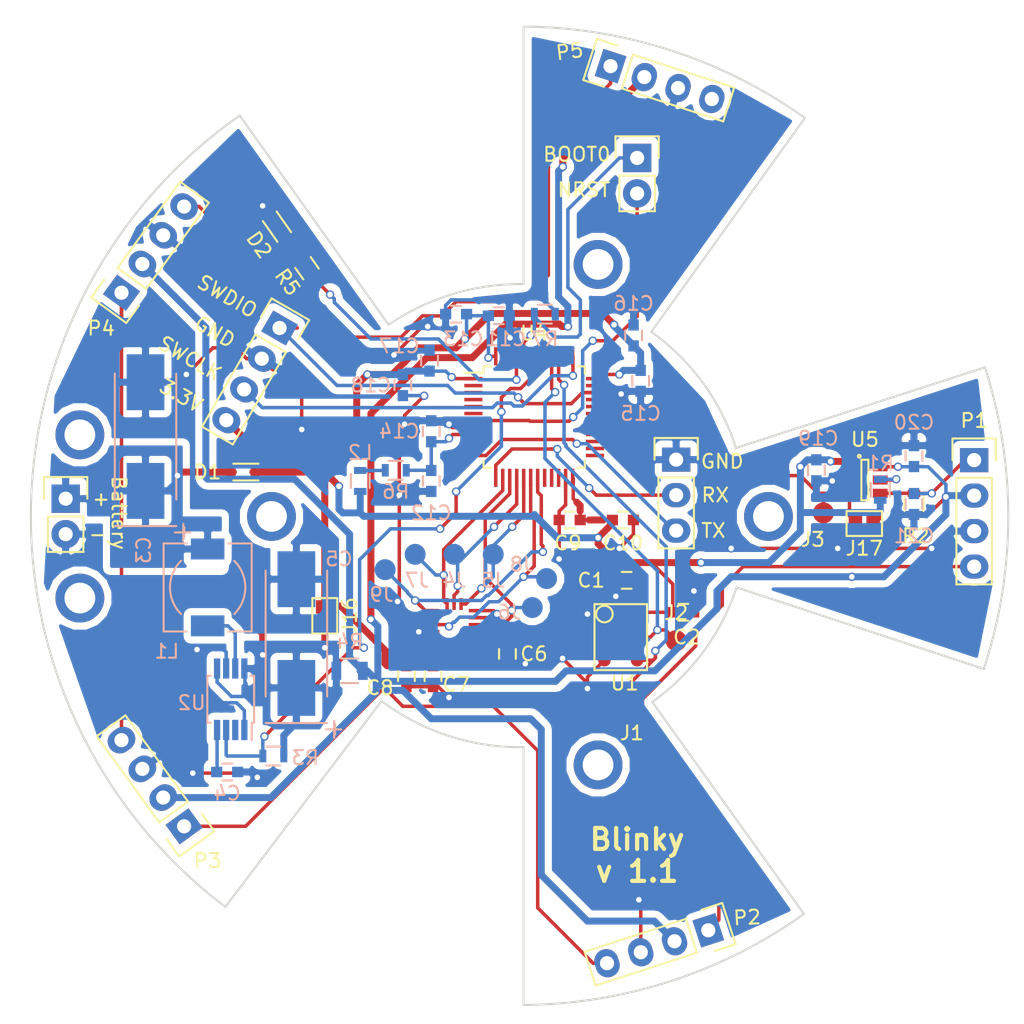
<source format=kicad_pcb>
(kicad_pcb (version 4) (host pcbnew 4.0.7-e2-6376~58~ubuntu14.04.1)
  (layers (0 F.Cu signal) (31 B.Cu signal) (34 B.Paste user) (35 F.Paste user) (36 B.SilkS user) (37 F.SilkS user) (38 B.Mask user) (39 F.Mask user) (44 Edge.Cuts user))
  (net 0 "")
  (net 1 +3V3)
  (net 2 GND)
  (net 3 VDD)
  (net 4 "Net-(C4-Pad1)")
  (net 5 +5V)
  (net 6 VDDA)
  (net 7 /MIC_CLK)
  (net 8 /MIC_DOUT)
  (net 9 /LED_DATAIN)
  (net 10 /ACCEL_MISO)
  (net 11 /ACCEL_MOSI)
  (net 12 /ACCEL_CLK)
  (net 13 /ACCEL_CS)
  (net 14 /ACCEL_INT1)
  (net 15 /ACCEL_INT2)
  (net 16 /BOOT0)
  (net 17 /NRST)
  (net 18 /SWCLK)
  (net 19 /SWDIO)
  (net 20 "Net-(L1-Pad2)")
  (net 21 "Net-(L2-Pad2)")
  (net 22 "Net-(P1-Pad4)")
  (net 23 "Net-(P2-Pad4)")
  (net 24 "Net-(P3-Pad4)")
  (net 25 "Net-(P4-Pad4)")
  (net 26 "Net-(P5-Pad4)")
  (net 27 /POWER_LBO)
  (net 28 "Net-(U2-Pad2)")
  (net 29 "Net-(U3-Pad2)")
  (net 30 "Net-(U3-Pad3)")
  (net 31 "Net-(U3-Pad10)")
  (net 32 "Net-(U3-Pad13)")
  (net 33 "Net-(U3-Pad15)")
  (net 34 "Net-(U3-Pad16)")
  (net 35 "Net-(U4-Pad2)")
  (net 36 "Net-(U4-Pad3)")
  (net 37 "Net-(U4-Pad4)")
  (net 38 "Net-(U4-Pad5)")
  (net 39 "Net-(U4-Pad6)")
  (net 40 /MCU/PA0)
  (net 41 /MCU/PA1)
  (net 42 /MCU/PB2)
  (net 43 /MCU/PB10)
  (net 44 /MCU/PB11)
  (net 45 /MCU/PB12)
  (net 46 /MCU/PB13)
  (net 47 /MCU/PB14)
  (net 48 /MCU/PB15)
  (net 49 /MCU/PA8)
  (net 50 /MCU/PA10)
  (net 51 /MCU/PA11)
  (net 52 /MCU/PA12)
  (net 53 /MCU/PA15)
  (net 54 /MCU/PB5)
  (net 55 /MCU/PB7)
  (net 56 /MCU/PB9)
  (net 57 /UART2_RX)
  (net 58 /UART2_TX)
  (net 59 "Net-(D2-Pad2)")
  (net 60 /LED_HB)
  (net 61 /LED_5V)
  (net 62 /LED5V_DATAIN)
  (net 63 "Net-(R1-Pad2)")
  (module Resistors_SMD:R_0603 (layer F.Cu) (at 160.274 72.771 90)
    (fp_text reference R2 (at -2.286 0.127 180) (layer F.SilkS))
    (fp_text value NA)
    (pad 1 smd rect (at -0.75 0 90) (size 0.5 0.9) (layers F.Cu F.Paste F.Mask) (net 61 /LED_5V))
    (pad 2 smd rect (at 0.75 0 90) (size 0.5 0.9) (layers F.Cu F.Paste F.Mask) (net 62 /LED5V_DATAIN))
  )
  (module Capacitors_SMD:C_0603 (layer F.Cu) (at 139.712 78.232 180)
    (fp_text reference C1 (at 2.54 0 180) (layer F.SilkS))
    (fp_text value 10uF)
    (pad 1 smd rect (at -0.75 0 180) (size 0.8 0.75) (layers F.Cu F.Paste F.Mask) (net 1 +3V3))
    (pad 2 smd rect (at 0.75 0 180) (size 0.8 0.75) (layers F.Cu F.Paste F.Mask) (net 2 GND))
  )
  (module Capacitors_SMD:C_0603 (layer F.Cu) (at 143.764 80.518)
    (fp_text reference C2 (at 0.254 1.778) (layer F.SilkS))
    (fp_text value 100nF)
    (pad 1 smd rect (at -0.75 0) (size 0.8 0.75) (layers F.Cu F.Paste F.Mask) (net 1 +3V3))
    (pad 2 smd rect (at 0.75 0) (size 0.8 0.75) (layers F.Cu F.Paste F.Mask) (net 2 GND))
  )
  (module Capacitors_SMD:C_0603 (layer B.Cu) (at 111.125 91.948)
    (fp_text reference C4 (at 0 1.524 180) (layer B.SilkS) (effects (justify mirror)))
    (fp_text value 100nF)
    (pad 1 smd rect (at -0.75 0) (size 0.8 0.75) (layers B.Cu B.Paste B.Mask) (net 4 "Net-(C4-Pad1)"))
    (pad 2 smd rect (at 0.75 0) (size 0.8 0.75) (layers B.Cu B.Paste B.Mask) (net 2 GND))
  )
  (module Capacitors_SMD:C_0603 (layer F.Cu) (at 131.181134 83.495479 270)
    (fp_text reference C6 (at 0 -1.9 360) (layer F.SilkS))
    (fp_text value 10uF)
    (pad 1 smd rect (at -0.75 0 270) (size 0.8 0.75) (layers F.Cu F.Paste F.Mask) (net 1 +3V3))
    (pad 2 smd rect (at 0.75 0 270) (size 0.8 0.75) (layers F.Cu F.Paste F.Mask) (net 2 GND))
  )
  (module Capacitors_SMD:C_0603 (layer F.Cu) (at 125.857 85.09 270)
    (fp_text reference C7 (at 0.590522 -1.66087 360) (layer F.SilkS))
    (fp_text value 100nF)
    (pad 1 smd rect (at -0.75 0 270) (size 0.8 0.75) (layers F.Cu F.Paste F.Mask) (net 1 +3V3))
    (pad 2 smd rect (at 0.75 0 270) (size 0.8 0.75) (layers F.Cu F.Paste F.Mask) (net 2 GND))
  )
  (module Capacitors_SMD:C_0603 (layer F.Cu) (at 123.952 85.09 270)
    (fp_text reference C8 (at 0.832525 1.895123 360) (layer F.SilkS))
    (fp_text value 10uF)
    (pad 1 smd rect (at -0.75 0 270) (size 0.8 0.75) (layers F.Cu F.Paste F.Mask) (net 1 +3V3))
    (pad 2 smd rect (at 0.75 0 270) (size 0.8 0.75) (layers F.Cu F.Paste F.Mask) (net 2 GND))
  )
  (module Capacitors_SMD:C_0603 (layer F.Cu) (at 135.636 73.914 180)
    (fp_text reference C9 (at 0.127 -1.651 180) (layer F.SilkS))
    (fp_text value 100nF)
    (pad 1 smd rect (at -0.75 0 180) (size 0.8 0.75) (layers F.Cu F.Paste F.Mask) (net 1 +3V3))
    (pad 2 smd rect (at 0.75 0 180) (size 0.8 0.75) (layers F.Cu F.Paste F.Mask) (net 2 GND))
  )
  (module Capacitors_SMD:C_0603 (layer F.Cu) (at 139.446 73.914)
    (fp_text reference C10 (at 0 1.651) (layer F.SilkS))
    (fp_text value "Pol 4.7uF")
    (pad 1 smd rect (at -0.75 0) (size 0.8 0.75) (layers F.Cu F.Paste F.Mask) (net 1 +3V3))
    (pad 2 smd rect (at 0.75 0) (size 0.8 0.75) (layers F.Cu F.Paste F.Mask) (net 2 GND))
  )
  (module Capacitors_SMD:C_0603 (layer B.Cu) (at 130.568 59.297462)
    (fp_text reference C11 (at 0.496 1.662538) (layer B.SilkS) (effects (justify mirror)))
    (fp_text value 100nF)
    (pad 1 smd rect (at -0.75 0) (size 0.8 0.75) (layers B.Cu B.Paste B.Mask) (net 1 +3V3))
    (pad 2 smd rect (at 0.75 0) (size 0.8 0.75) (layers B.Cu B.Paste B.Mask) (net 2 GND))
  )
  (module Capacitors_SMD:C_0603 (layer B.Cu) (at 125.73 71.12 270)
    (fp_text reference C12 (at 2.286 0 360) (layer B.SilkS) (effects (justify mirror)))
    (fp_text value 100nF)
    (pad 1 smd rect (at -0.75 0 270) (size 0.8 0.75) (layers B.Cu B.Paste B.Mask) (net 6 VDDA))
    (pad 2 smd rect (at 0.75 0 270) (size 0.8 0.75) (layers B.Cu B.Paste B.Mask) (net 2 GND))
  )
  (module Capacitors_SMD:C_0603 (layer B.Cu) (at 127.508 59.182 180)
    (fp_text reference C13 (at -0.508 -1.778 180) (layer B.SilkS) (effects (justify mirror)))
    (fp_text value "Pol 4.7uF")
    (pad 1 smd rect (at -0.75 0 180) (size 0.8 0.75) (layers B.Cu B.Paste B.Mask) (net 1 +3V3))
    (pad 2 smd rect (at 0.75 0 180) (size 0.8 0.75) (layers B.Cu B.Paste B.Mask) (net 2 GND))
  )
  (module Capacitors_SMD:C_0603 (layer B.Cu) (at 125.73 67.562602 90)
    (fp_text reference C14 (at -0.001398 -2.286 180) (layer B.SilkS) (effects (justify mirror)))
    (fp_text value 1uF)
    (pad 1 smd rect (at -0.75 0 90) (size 0.8 0.75) (layers B.Cu B.Paste B.Mask) (net 6 VDDA))
    (pad 2 smd rect (at 0.75 0 90) (size 0.8 0.75) (layers B.Cu B.Paste B.Mask) (net 2 GND))
  )
  (module Capacitors_SMD:C_0603 (layer B.Cu) (at 140.716 63.958111 270)
    (fp_text reference C15 (at 2.335889 0 360) (layer B.SilkS) (effects (justify mirror)))
    (fp_text value 100nF)
    (pad 1 smd rect (at -0.75 0 270) (size 0.8 0.75) (layers B.Cu B.Paste B.Mask) (net 1 +3V3))
    (pad 2 smd rect (at 0.75 0 270) (size 0.8 0.75) (layers B.Cu B.Paste B.Mask) (net 2 GND))
  )
  (module Capacitors_SMD:C_0603 (layer B.Cu) (at 140.208 60.706 90)
    (fp_text reference C16 (at 2.286 0 180) (layer B.SilkS) (effects (justify mirror)))
    (fp_text value "Pol 4.7uF")
    (pad 1 smd rect (at -0.75 0 90) (size 0.8 0.75) (layers B.Cu B.Paste B.Mask) (net 1 +3V3))
    (pad 2 smd rect (at 0.75 0 90) (size 0.8 0.75) (layers B.Cu B.Paste B.Mask) (net 2 GND))
  )
  (module Capacitors_SMD:C_0603 (layer B.Cu) (at 125.607705 62.51003 90)
    (fp_text reference C17 (at 1.04203 -2.163705 180) (layer B.SilkS) (effects (justify mirror)))
    (fp_text value 100nF)
    (pad 1 smd rect (at -0.75 0 90) (size 0.8 0.75) (layers B.Cu B.Paste B.Mask) (net 1 +3V3))
    (pad 2 smd rect (at 0.75 0 90) (size 0.8 0.75) (layers B.Cu B.Paste B.Mask) (net 2 GND))
  )
  (module Capacitors_SMD:C_0603 (layer B.Cu) (at 123.698 64.262 270)
    (fp_text reference C18 (at 0 2.286 360) (layer B.SilkS) (effects (justify mirror)))
    (fp_text value "Pol 4.7uF")
    (pad 1 smd rect (at -0.75 0 270) (size 0.8 0.75) (layers B.Cu B.Paste B.Mask) (net 1 +3V3))
    (pad 2 smd rect (at 0.75 0 270) (size 0.8 0.75) (layers B.Cu B.Paste B.Mask) (net 2 GND))
  )
  (module Measurement_Points:Measurement_Point_Round-SMD-Pad_Small (layer F.Cu) (at 139.446 87.249)
    (fp_text reference J1 (at 0.635 1.905) (layer F.SilkS))
    (fp_text value MIC_CLK)
    (pad 1 smd circle (at 0 0) (size 1.5 1.5) (layers F.Cu F.Mask) (net 7 /MIC_CLK))
  )
  (module Measurement_Points:Measurement_Point_Round-SMD-Pad_Small (layer F.Cu) (at 143.256 82.55)
    (fp_text reference J2 (at 0 -2) (layer F.SilkS))
    (fp_text value MIC_DOUT)
    (pad 1 smd circle (at 0 0) (size 1.5 1.5) (layers F.Cu F.Mask) (net 8 /MIC_DOUT))
  )
  (module Measurement_Points:Measurement_Point_Round-SMD-Pad_Small (layer F.Cu) (at 153.797 73.406)
    (fp_text reference J3 (at -0.762 1.905) (layer F.SilkS))
    (fp_text value LED_DIN)
    (pad 1 smd circle (at 0 0) (size 1.5 1.5) (layers F.Cu F.Mask) (net 9 /LED_DATAIN))
  )
  (module Measurement_Points:Measurement_Point_Round-SMD-Pad_Small (layer B.Cu) (at 127.371126 76.37148 180)
    (fp_text reference J4 (at 0 -1.86052 180) (layer B.SilkS) (effects (justify mirror)))
    (fp_text value ACCEL_MISO)
    (pad 1 smd circle (at 0 0 180) (size 1.5 1.5) (layers B.Cu B.Mask) (net 10 /ACCEL_MISO))
  )
  (module Measurement_Points:Measurement_Point_Round-SMD-Pad_Small (layer B.Cu) (at 130.165127 76.371483 180)
    (fp_text reference J5 (at 0 -1.860517 180) (layer B.SilkS) (effects (justify mirror)))
    (fp_text value ACCEL_MOSI)
    (pad 1 smd circle (at 0 0 180) (size 1.5 1.5) (layers B.Cu B.Mask) (net 11 /ACCEL_MOSI))
  )
  (module Measurement_Points:Measurement_Point_Round-SMD-Pad_Small (layer B.Cu) (at 132.959125 80.18148 180)
    (fp_text reference J6 (at 1.641125 -0.33652 180) (layer B.SilkS) (effects (justify mirror)))
    (fp_text value ACCEL_CLK)
    (pad 1 smd circle (at 0 0 180) (size 1.5 1.5) (layers B.Cu B.Mask) (net 12 /ACCEL_CLK))
  )
  (module Measurement_Points:Measurement_Point_Round-SMD-Pad_Small (layer B.Cu) (at 124.577126 76.371477 180)
    (fp_text reference J7 (at -0.136874 -1.860523 180) (layer B.SilkS) (effects (justify mirror)))
    (fp_text value ACCEL_CS)
    (pad 1 smd circle (at 0 0 180) (size 1.5 1.5) (layers B.Cu B.Mask) (net 13 /ACCEL_CS))
  )
  (module Measurement_Points:Measurement_Point_Round-SMD-Pad_Small (layer B.Cu) (at 133.985 78.105 180)
    (fp_text reference J8 (at 1.778 1.016 180) (layer B.SilkS) (effects (justify mirror)))
    (fp_text value ACCEL_INT1)
    (pad 1 smd circle (at 0 0 180) (size 1.5 1.5) (layers B.Cu B.Mask) (net 14 /ACCEL_INT1))
  )
  (module Measurement_Points:Measurement_Point_Round-SMD-Pad_Small (layer B.Cu) (at 122.428 77.47 180)
    (fp_text reference J9 (at 0.254 -1.778 180) (layer B.SilkS) (effects (justify mirror)))
    (fp_text value ACCEL_INT2)
    (pad 1 smd circle (at 0 0 180) (size 1.5 1.5) (layers B.Cu B.Mask) (net 15 /ACCEL_INT2))
  )
  (module Pin_Headers:Pin_Header_Straight_1x02 (layer F.Cu) (at 140.462 48.006)
    (fp_text reference J10 hide)
    (fp_text value DEBUG)
    (pad 1 thru_hole rect (at 0 0) (size 2.032 2.032) (drill 1.016) (layers *.Cu *.Mask) (net 16 /BOOT0))
    (pad 2 thru_hole oval (at 0 2.54) (size 2.032 2.032) (drill 1.016) (layers *.Cu *.Mask) (net 17 /NRST))
  )
  (module Pin_Headers:Pin_Header_Straight_1x02 (layer F.Cu) (at 99.568 72.39)
    (fp_text reference J12 hide)
    (fp_text value BATTERY)
    (pad 1 thru_hole rect (at 0 0) (size 2.032 2.032) (drill 1.016) (layers *.Cu *.Mask) (net 3 VDD))
    (pad 2 thru_hole oval (at 0 2.54) (size 2.032 2.032) (drill 1.016) (layers *.Cu *.Mask) (net 2 GND))
  )
  (module Resistors_SMD:R_0603 (layer B.Cu) (at 120.65 71.12 90)
    (fp_text reference L2 (at 2.032 0 180) (layer B.SilkS) (effects (justify mirror)))
    (fp_text value fcm1608)
    (pad 1 smd rect (at -0.75 0 90) (size 0.5 0.9) (layers B.Cu B.Paste B.Mask) (net 1 +3V3))
    (pad 2 smd rect (at 0.75 0 90) (size 0.5 0.9) (layers B.Cu B.Paste B.Mask) (net 21 "Net-(L2-Pad2)"))
  )
  (module Pin_Headers:Pin_Header_Straight_1x04 (layer F.Cu) (at 164.58 69.63)
    (fp_text reference P1 (at 0 -2.828) (layer F.SilkS))
    (fp_text value BUTTON)
    (pad 1 thru_hole rect (at 0 0) (size 2.032 1.7272) (drill 1.016) (layers *.Cu *.Mask) (net 62 /LED5V_DATAIN))
    (pad 2 thru_hole oval (at 0 2.54) (size 2.032 1.7272) (drill 1.016) (layers *.Cu *.Mask) (net 61 /LED_5V))
    (pad 3 thru_hole oval (at 0 5.08) (size 2.032 1.7272) (drill 1.016) (layers *.Cu *.Mask) (net 2 GND))
    (pad 4 thru_hole oval (at 0 7.62) (size 2.032 1.7272) (drill 1.016) (layers *.Cu *.Mask) (net 22 "Net-(P1-Pad4)"))
  )
  (module Pin_Headers:Pin_Header_Straight_1x04 (layer F.Cu) (at 145.554736 103.276433 288)
    (fp_text reference P2 (at -0.01022 -2.927715 363) (layer F.SilkS))
    (fp_text value BUTTON)
    (pad 1 thru_hole rect (at 0 0 288) (size 2.032 1.7272) (drill 1.016) (layers *.Cu *.Mask) (net 22 "Net-(P1-Pad4)"))
    (pad 2 thru_hole oval (at 0 2.54 288) (size 2.032 1.7272) (drill 1.016) (layers *.Cu *.Mask) (net 61 /LED_5V))
    (pad 3 thru_hole oval (at 0 5.08 288) (size 2.032 1.7272) (drill 1.016) (layers *.Cu *.Mask) (net 2 GND))
    (pad 4 thru_hole oval (at 0 7.62 288) (size 2.032 1.7272) (drill 1.016) (layers *.Cu *.Mask) (net 23 "Net-(P2-Pad4)"))
  )
  (module Pin_Headers:Pin_Header_Straight_1x04 (layer F.Cu) (at 108.041923 95.833923 216)
    (fp_text reference P3 (at 0.084283 -2.984531 361) (layer F.SilkS))
    (fp_text value BUTTON)
    (pad 1 thru_hole rect (at 0 0 216) (size 2.032 1.7272) (drill 1.016) (layers *.Cu *.Mask) (net 23 "Net-(P2-Pad4)"))
    (pad 2 thru_hole oval (at 0 2.54 216) (size 2.032 1.7272) (drill 1.016) (layers *.Cu *.Mask) (net 61 /LED_5V))
    (pad 3 thru_hole oval (at 0 5.08 216) (size 2.032 1.7272) (drill 1.016) (layers *.Cu *.Mask) (net 2 GND))
    (pad 4 thru_hole oval (at 0 7.62 216) (size 2.032 1.7272) (drill 1.016) (layers *.Cu *.Mask) (net 24 "Net-(P3-Pad4)"))
  )
  (module Pin_Headers:Pin_Header_Straight_1x04 (layer F.Cu) (at 103.562999 57.650786 144)
    (fp_text reference P4 (at -0.320096 -2.915966 179) (layer F.SilkS))
    (fp_text value BUTTON)
    (pad 1 thru_hole rect (at 0 0 144) (size 2.032 1.7272) (drill 1.016) (layers *.Cu *.Mask) (net 24 "Net-(P3-Pad4)"))
    (pad 2 thru_hole oval (at 0 2.54 144) (size 2.032 1.7272) (drill 1.016) (layers *.Cu *.Mask) (net 61 /LED_5V))
    (pad 3 thru_hole oval (at 0 5.08 144) (size 2.032 1.7272) (drill 1.016) (layers *.Cu *.Mask) (net 2 GND))
    (pad 4 thru_hole oval (at 0 7.62 144) (size 2.032 1.7272) (drill 1.016) (layers *.Cu *.Mask) (net 25 "Net-(P4-Pad4)"))
  )
  (module Pin_Headers:Pin_Header_Straight_1x04 (layer F.Cu) (at 138.561685 41.434858 72)
    (fp_text reference P5 (at 0.093437 -3.106607 187) (layer F.SilkS))
    (fp_text value BUTTON)
    (pad 1 thru_hole rect (at 0 0 72) (size 2.032 1.7272) (drill 1.016) (layers *.Cu *.Mask) (net 25 "Net-(P4-Pad4)"))
    (pad 2 thru_hole oval (at 0 2.54 72) (size 2.032 1.7272) (drill 1.016) (layers *.Cu *.Mask) (net 61 /LED_5V))
    (pad 3 thru_hole oval (at 0 5.08 72) (size 2.032 1.7272) (drill 1.016) (layers *.Cu *.Mask) (net 2 GND))
    (pad 4 thru_hole oval (at 0 7.62 72) (size 2.032 1.7272) (drill 1.016) (layers *.Cu *.Mask) (net 26 "Net-(P5-Pad4)"))
  )
  (module Resistors_SMD:R_0603 (layer B.Cu) (at 157.861 71.755 90)
    (fp_text reference R1 (at 1.905 0 180) (layer B.SilkS) (effects (justify mirror)))
    (fp_text value NA)
    (pad 1 smd rect (at -0.75 0 90) (size 0.5 0.9) (layers B.Cu B.Paste B.Mask) (net 1 +3V3))
    (pad 2 smd rect (at 0.75 0 90) (size 0.5 0.9) (layers B.Cu B.Paste B.Mask) (net 63 "Net-(R1-Pad2)"))
  )
  (module Resistors_SMD:R_0603 (layer B.Cu) (at 114.427 90.805 180)
    (fp_text reference R3 (at -2.286 -0.127 180) (layer B.SilkS) (effects (justify mirror)))
    (fp_text value 100k)
    (pad 1 smd rect (at -0.75 0 180) (size 0.5 0.9) (layers B.Cu B.Paste B.Mask) (net 5 +5V))
    (pad 2 smd rect (at 0.75 0 180) (size 0.5 0.9) (layers B.Cu B.Paste B.Mask) (net 27 /POWER_LBO))
  )
  (module Resistors_SMD:R_0603 (layer B.Cu) (at 123.19 70.358 180)
    (fp_text reference R6 (at 0 -1.524 180) (layer B.SilkS) (effects (justify mirror)))
    (fp_text value 0)
    (pad 1 smd rect (at -0.75 0 180) (size 0.5 0.9) (layers B.Cu B.Paste B.Mask) (net 6 VDDA))
    (pad 2 smd rect (at 0.75 0 180) (size 0.5 0.9) (layers B.Cu B.Paste B.Mask) (net 21 "Net-(L2-Pad2)"))
  )
  (module Resistors_SMD:R_0603 (layer B.Cu) (at 133.858 59.182)
    (fp_text reference R7 (at 0 1.778) (layer B.SilkS) (effects (justify mirror)))
    (fp_text value 510)
    (pad 1 smd rect (at -0.75 0) (size 0.5 0.9) (layers B.Cu B.Paste B.Mask) (net 16 /BOOT0))
    (pad 2 smd rect (at 0.75 0) (size 0.5 0.9) (layers B.Cu B.Paste B.Mask) (net 2 GND))
  )
  (module jfi:HLGA-6L (layer F.Cu) (at 139.292 82.296)
    (fp_text reference U1 (at 0.281 3.302 180) (layer F.SilkS))
    (fp_text value MP45DT02-M)
    (pad 6 smd oval (at 1.02 -1.52 45) (size 1.31 0.91) (layers F.Cu F.Paste F.Mask) (net 1 +3V3))
    (pad 5 smd circle (at 1.17 0) (size 0.91 0.91) (layers F.Cu F.Paste F.Mask) (net 8 /MIC_DOUT))
    (pad 4 smd circle (at 1.17 1.65) (size 0.91 0.91) (layers F.Cu F.Paste F.Mask) (net 7 /MIC_CLK))
    (pad 3 smd circle (at -1.17 1.65) (size 0.91 0.91) (layers F.Cu F.Paste F.Mask) (net 2 GND))
    (pad 2 smd circle (at -1.17 0) (size 0.91 0.91) (layers F.Cu F.Paste F.Mask) (net 1 +3V3))
    (pad 1 smd circle (at -1.17 -1.65) (size 0.91 0.91) (layers F.Cu F.Paste F.Mask) (net 2 GND))
  )
  (module Housings_SSOP:MSOP-8_3x3mm_Pitch0.65mm (layer B.Cu) (at 111.379 86.741 90)
    (fp_text reference U2 (at -0.254 -2.794 180) (layer B.SilkS) (effects (justify mirror)))
    (fp_text value L6920DB)
    (pad 1 smd rect (at -2.2 0.975 90) (size 1.45 0.45) (layers B.Cu B.Paste B.Mask) (net 2 GND))
    (pad 2 smd rect (at -2.2 0.325 90) (size 1.45 0.45) (layers B.Cu B.Paste B.Mask) (net 28 "Net-(U2-Pad2)"))
    (pad 3 smd rect (at -2.2 -0.325 90) (size 1.45 0.45) (layers B.Cu B.Paste B.Mask) (net 27 /POWER_LBO))
    (pad 4 smd rect (at -2.2 -0.975 90) (size 1.45 0.45) (layers B.Cu B.Paste B.Mask) (net 4 "Net-(C4-Pad1)"))
    (pad 5 smd rect (at 2.2 -0.975 90) (size 1.45 0.45) (layers B.Cu B.Paste B.Mask) (net 5 +5V))
    (pad 6 smd rect (at 2.2 -0.325 90) (size 1.45 0.45) (layers B.Cu B.Paste B.Mask) (net 2 GND))
    (pad 7 smd rect (at 2.2 0.325 90) (size 1.45 0.45) (layers B.Cu B.Paste B.Mask) (net 20 "Net-(L1-Pad2)"))
    (pad 8 smd rect (at 2.2 0.975 90) (size 1.45 0.45) (layers B.Cu B.Paste B.Mask) (net 5 +5V))
  )
  (module tinkerforge:LGA-16-3x3 (layer F.Cu) (at 127.363122 81.402481 180)
    (fp_text reference U3)
    (fp_text value LIS3DH)
    (pad 1 smd rect (at -1.475 -1 180) (size 0.85 0.25) (layers F.Cu F.Paste F.Mask) (net 1 +3V3))
    (pad 2 smd rect (at -1.475 -0.5 180) (size 0.85 0.25) (layers F.Cu F.Paste F.Mask) (net 29 "Net-(U3-Pad2)"))
    (pad 3 smd rect (at -1.475 0 180) (size 0.85 0.25) (layers F.Cu F.Paste F.Mask) (net 30 "Net-(U3-Pad3)"))
    (pad 4 smd rect (at -1.475 0.5 180) (size 0.85 0.25) (layers F.Cu F.Paste F.Mask) (net 12 /ACCEL_CLK))
    (pad 5 smd rect (at -1.475 1 180) (size 0.85 0.25) (layers F.Cu F.Paste F.Mask) (net 2 GND))
    (pad 6 smd rect (at -0.5 1.475 180) (size 0.25 0.85) (layers F.Cu F.Paste F.Mask) (net 11 /ACCEL_MOSI))
    (pad 7 smd rect (at 0 1.475 180) (size 0.25 0.85) (layers F.Cu F.Paste F.Mask) (net 10 /ACCEL_MISO))
    (pad 8 smd rect (at 0.5 1.475 180) (size 0.25 0.85) (layers F.Cu F.Paste F.Mask) (net 13 /ACCEL_CS))
    (pad 9 smd rect (at 1.475 1 180) (size 0.85 0.25) (layers F.Cu F.Paste F.Mask) (net 15 /ACCEL_INT2))
    (pad 10 smd rect (at 1.475 0.5 180) (size 0.85 0.25) (layers F.Cu F.Paste F.Mask) (net 31 "Net-(U3-Pad10)"))
    (pad 11 smd rect (at 1.475 0 180) (size 0.85 0.25) (layers F.Cu F.Paste F.Mask) (net 14 /ACCEL_INT1))
    (pad 12 smd rect (at 1.475 -0.5 180) (size 0.85 0.25) (layers F.Cu F.Paste F.Mask) (net 2 GND))
    (pad 13 smd rect (at 1.475 -1 180) (size 0.85 0.25) (layers F.Cu F.Paste F.Mask) (net 32 "Net-(U3-Pad13)"))
    (pad 14 smd rect (at 0.5 -1.475 180) (size 0.25 0.85) (layers F.Cu F.Paste F.Mask) (net 1 +3V3))
    (pad 15 smd rect (at 0 -1.475 180) (size 0.25 0.85) (layers F.Cu F.Paste F.Mask) (net 33 "Net-(U3-Pad15)"))
    (pad 16 smd rect (at -0.5 -1.475 180) (size 0.25 0.85) (layers F.Cu F.Paste F.Mask) (net 34 "Net-(U3-Pad16)"))
  )
  (module Housings_QFP:LQFP-48_7x7mm_Pitch0.5mm (layer F.Cu) (at 133.096 66.548)
    (fp_text reference U4 (at 0 -6) (layer F.SilkS))
    (fp_text value STM32F072X8)
    (pad 1 smd rect (at -4.35 -2.75) (size 1.3 0.25) (layers F.Cu F.Paste F.Mask) (net 1 +3V3))
    (pad 2 smd rect (at -4.35 -2.25) (size 1.3 0.25) (layers F.Cu F.Paste F.Mask) (net 35 "Net-(U4-Pad2)"))
    (pad 3 smd rect (at -4.35 -1.75) (size 1.3 0.25) (layers F.Cu F.Paste F.Mask) (net 36 "Net-(U4-Pad3)"))
    (pad 4 smd rect (at -4.35 -1.25) (size 1.3 0.25) (layers F.Cu F.Paste F.Mask) (net 37 "Net-(U4-Pad4)"))
    (pad 5 smd rect (at -4.35 -0.75) (size 1.3 0.25) (layers F.Cu F.Paste F.Mask) (net 38 "Net-(U4-Pad5)"))
    (pad 6 smd rect (at -4.35 -0.25) (size 1.3 0.25) (layers F.Cu F.Paste F.Mask) (net 39 "Net-(U4-Pad6)"))
    (pad 7 smd rect (at -4.35 0.25) (size 1.3 0.25) (layers F.Cu F.Paste F.Mask) (net 17 /NRST))
    (pad 8 smd rect (at -4.35 0.75) (size 1.3 0.25) (layers F.Cu F.Paste F.Mask) (net 2 GND))
    (pad 9 smd rect (at -4.35 1.25) (size 1.3 0.25) (layers F.Cu F.Paste F.Mask) (net 6 VDDA))
    (pad 10 smd rect (at -4.35 1.75) (size 1.3 0.25) (layers F.Cu F.Paste F.Mask) (net 40 /MCU/PA0))
    (pad 11 smd rect (at -4.35 2.25) (size 1.3 0.25) (layers F.Cu F.Paste F.Mask) (net 41 /MCU/PA1))
    (pad 12 smd rect (at -4.35 2.75) (size 1.3 0.25) (layers F.Cu F.Paste F.Mask) (net 58 /UART2_TX))
    (pad 13 smd rect (at -2.75 4.35 90) (size 1.3 0.25) (layers F.Cu F.Paste F.Mask) (net 57 /UART2_RX))
    (pad 14 smd rect (at -2.25 4.35 90) (size 1.3 0.25) (layers F.Cu F.Paste F.Mask) (net 13 /ACCEL_CS))
    (pad 15 smd rect (at -1.75 4.35 90) (size 1.3 0.25) (layers F.Cu F.Paste F.Mask) (net 12 /ACCEL_CLK))
    (pad 16 smd rect (at -1.25 4.35 90) (size 1.3 0.25) (layers F.Cu F.Paste F.Mask) (net 10 /ACCEL_MISO))
    (pad 17 smd rect (at -0.75 4.35 90) (size 1.3 0.25) (layers F.Cu F.Paste F.Mask) (net 11 /ACCEL_MOSI))
    (pad 18 smd rect (at -0.25 4.35 90) (size 1.3 0.25) (layers F.Cu F.Paste F.Mask) (net 14 /ACCEL_INT1))
    (pad 19 smd rect (at 0.25 4.35 90) (size 1.3 0.25) (layers F.Cu F.Paste F.Mask) (net 15 /ACCEL_INT2))
    (pad 20 smd rect (at 0.75 4.35 90) (size 1.3 0.25) (layers F.Cu F.Paste F.Mask) (net 42 /MCU/PB2))
    (pad 21 smd rect (at 1.25 4.35 90) (size 1.3 0.25) (layers F.Cu F.Paste F.Mask) (net 43 /MCU/PB10))
    (pad 22 smd rect (at 1.75 4.35 90) (size 1.3 0.25) (layers F.Cu F.Paste F.Mask) (net 44 /MCU/PB11))
    (pad 23 smd rect (at 2.25 4.35 90) (size 1.3 0.25) (layers F.Cu F.Paste F.Mask) (net 2 GND))
    (pad 24 smd rect (at 2.75 4.35 90) (size 1.3 0.25) (layers F.Cu F.Paste F.Mask) (net 1 +3V3))
    (pad 25 smd rect (at 4.35 2.75) (size 1.3 0.25) (layers F.Cu F.Paste F.Mask) (net 45 /MCU/PB12))
    (pad 26 smd rect (at 4.35 2.25) (size 1.3 0.25) (layers F.Cu F.Paste F.Mask) (net 46 /MCU/PB13))
    (pad 27 smd rect (at 4.35 1.75) (size 1.3 0.25) (layers F.Cu F.Paste F.Mask) (net 47 /MCU/PB14))
    (pad 28 smd rect (at 4.35 1.25) (size 1.3 0.25) (layers F.Cu F.Paste F.Mask) (net 48 /MCU/PB15))
    (pad 29 smd rect (at 4.35 0.75) (size 1.3 0.25) (layers F.Cu F.Paste F.Mask) (net 49 /MCU/PA8))
    (pad 30 smd rect (at 4.35 0.25) (size 1.3 0.25) (layers F.Cu F.Paste F.Mask) (net 9 /LED_DATAIN))
    (pad 31 smd rect (at 4.35 -0.25) (size 1.3 0.25) (layers F.Cu F.Paste F.Mask) (net 50 /MCU/PA10))
    (pad 32 smd rect (at 4.35 -0.75) (size 1.3 0.25) (layers F.Cu F.Paste F.Mask) (net 51 /MCU/PA11))
    (pad 33 smd rect (at 4.35 -1.25) (size 1.3 0.25) (layers F.Cu F.Paste F.Mask) (net 52 /MCU/PA12))
    (pad 34 smd rect (at 4.35 -1.75) (size 1.3 0.25) (layers F.Cu F.Paste F.Mask) (net 19 /SWDIO))
    (pad 35 smd rect (at 4.35 -2.25) (size 1.3 0.25) (layers F.Cu F.Paste F.Mask) (net 2 GND))
    (pad 36 smd rect (at 4.35 -2.75) (size 1.3 0.25) (layers F.Cu F.Paste F.Mask) (net 1 +3V3))
    (pad 37 smd rect (at 2.75 -4.35 90) (size 1.3 0.25) (layers F.Cu F.Paste F.Mask) (net 18 /SWCLK))
    (pad 38 smd rect (at 2.25 -4.35 90) (size 1.3 0.25) (layers F.Cu F.Paste F.Mask) (net 53 /MCU/PA15))
    (pad 39 smd rect (at 1.75 -4.35 90) (size 1.3 0.25) (layers F.Cu F.Paste F.Mask) (net 7 /MIC_CLK))
    (pad 40 smd rect (at 1.25 -4.35 90) (size 1.3 0.25) (layers F.Cu F.Paste F.Mask) (net 8 /MIC_DOUT))
    (pad 41 smd rect (at 0.75 -4.35 90) (size 1.3 0.25) (layers F.Cu F.Paste F.Mask) (net 54 /MCU/PB5))
    (pad 42 smd rect (at 0.25 -4.35 90) (size 1.3 0.25) (layers F.Cu F.Paste F.Mask) (net 27 /POWER_LBO))
    (pad 43 smd rect (at -0.25 -4.35 90) (size 1.3 0.25) (layers F.Cu F.Paste F.Mask) (net 55 /MCU/PB7))
    (pad 44 smd rect (at -0.75 -4.35 90) (size 1.3 0.25) (layers F.Cu F.Paste F.Mask) (net 16 /BOOT0))
    (pad 45 smd rect (at -1.25 -4.35 90) (size 1.3 0.25) (layers F.Cu F.Paste F.Mask) (net 60 /LED_HB))
    (pad 46 smd rect (at -1.75 -4.35 90) (size 1.3 0.25) (layers F.Cu F.Paste F.Mask) (net 56 /MCU/PB9))
    (pad 47 smd rect (at -2.25 -4.35 90) (size 1.3 0.25) (layers F.Cu F.Paste F.Mask) (net 2 GND))
    (pad 48 smd rect (at -2.75 -4.35 90) (size 1.3 0.25) (layers F.Cu F.Paste F.Mask) (net 1 +3V3))
  )
  (module Mounting_Holes:MountingHole_2.2mm_M2_ISO7380_Pad (layer F.Cu) (at 100.584 67.818)
    (fp_text reference REF** hide)
    (fp_text value MountingHole_2.5mm)
    (pad 1 thru_hole circle (at 0 0) (size 3.5 3.5) (drill 2.2) (layers *.Cu *.Mask))
  )
  (module Mounting_Holes:MountingHole_2.2mm_M2_ISO7380_Pad (layer F.Cu) (at 100.584 79.502)
    (fp_text reference REF** hide)
    (fp_text value MountingHole_2.5mm)
    (pad 1 thru_hole circle (at 0 0) (size 3.5 3.5) (drill 2.2) (layers *.Cu *.Mask))
  )
  (module Mounting_Holes:MountingHole_2.2mm_M2_ISO7380_Pad (layer F.Cu) (at 149.86 73.66)
    (fp_text reference REF** hide)
    (fp_text value MountingHole_2.5mm)
    (pad 1 thru_hole circle (at 0 0) (size 3.5 3.5) (drill 2.2) (layers *.Cu *.Mask))
  )
  (module Mounting_Holes:MountingHole_2.2mm_M2_ISO7380_Pad (layer F.Cu) (at 137.668 55.626)
    (fp_text reference REF** hide)
    (fp_text value MountingHole_2.5mm)
    (pad 1 thru_hole circle (at 0 0) (size 3.5 3.5) (drill 2.2) (layers *.Cu *.Mask))
  )
  (module Mounting_Holes:MountingHole_2.2mm_M2_ISO7380_Pad (layer F.Cu) (at 137.668 91.44)
    (fp_text reference REF** hide)
    (fp_text value MountingHole_2.5mm)
    (pad 1 thru_hole circle (at 0 0) (size 3.5 3.5) (drill 2.2) (layers *.Cu *.Mask))
  )
  (module Mounting_Holes:MountingHole_2.2mm_M2_ISO7380_Pad (layer F.Cu) (at 114.3 73.66)
    (fp_text reference REF** hide)
    (fp_text value MountingHole_2.5mm)
    (pad 1 thru_hole circle (at 0 0) (size 3.5 3.5) (drill 2.2) (layers *.Cu *.Mask))
  )
  (module Pin_Headers:Pin_Header_Straight_1x03 (layer F.Cu) (at 143.256 69.596)
    (fp_text reference J13 hide)
    (fp_text value UART)
    (pad 1 thru_hole rect (at 0 0) (size 2.032 1.7272) (drill 1.016) (layers *.Cu *.Mask) (net 2 GND))
    (pad 2 thru_hole oval (at 0 2.54) (size 2.032 1.7272) (drill 1.016) (layers *.Cu *.Mask) (net 57 /UART2_RX))
    (pad 3 thru_hole oval (at 0 5.08) (size 2.032 1.7272) (drill 1.016) (layers *.Cu *.Mask) (net 58 /UART2_TX))
  )
  (module Measurement_Points:Measurement_Point_Round-SMD-Pad_Small (layer F.Cu) (at 112.776 81.026)
    (fp_text reference J14 hide)
    (fp_text value 5V)
    (pad 1 smd circle (at 0 0) (size 1.5 1.5) (layers F.Cu F.Mask) (net 5 +5V))
  )
  (module Measurement_Points:Measurement_Point_Round-SMD-Pad_Small (layer F.Cu) (at 118.11 70.485)
    (fp_text reference J15 hide)
    (fp_text value 3V3)
    (pad 1 smd circle (at 0 0) (size 1.5 1.5) (layers F.Cu F.Mask) (net 1 +3V3))
  )
  (module Pin_Headers:Pin_Header_Straight_1x04 (layer F.Cu) (at 114.874257 60.173322 330)
    (fp_text reference J11 hide)
    (fp_text value SWD)
    (pad 1 thru_hole rect (at 0 0 330) (size 2.032 1.7272) (drill 1.016) (layers *.Cu *.Mask) (net 19 /SWDIO))
    (pad 2 thru_hole oval (at 0 2.54 330) (size 2.032 1.7272) (drill 1.016) (layers *.Cu *.Mask) (net 2 GND))
    (pad 3 thru_hole oval (at 0 5.08 330) (size 2.032 1.7272) (drill 1.016) (layers *.Cu *.Mask) (net 18 /SWCLK))
    (pad 4 thru_hole oval (at 0 7.62 330) (size 2.032 1.7272) (drill 1.016) (layers *.Cu *.Mask) (net 1 +3V3))
  )
  (module Capacitors_Tantalum_SMD:TantalC_SizeD_EIA-7343_HandSoldering (layer B.Cu) (at 105.283 67.945 90)
    (fp_text reference C3 (at -8.128 -0.127 90) (layer B.SilkS) (effects (justify mirror)))
    (fp_text value 47uF)
    (fp_text user + (at -6.85546 2.70002 90) (layer B.SilkS) (effects (justify mirror)))
    (pad 2 smd rect (at 3.88874 0 90) (size 4.0005 2.70002) (layers B.Cu B.Paste B.Mask) (net 2 GND))
    (pad 1 smd rect (at -3.88874 0 90) (size 4.0005 2.70002) (layers B.Cu B.Paste B.Mask) (net 3 VDD))
  )
  (module Capacitors_Tantalum_SMD:TantalC_SizeD_EIA-7343_HandSoldering (layer B.Cu) (at 116.078 82.042 90)
    (fp_text reference C5 (at 5.334 3.048 180) (layer B.SilkS) (effects (justify mirror)))
    (fp_text value 47uF)
    (fp_text user + (at -6.85546 2.70002 90) (layer B.SilkS) (effects (justify mirror)))
    (pad 2 smd rect (at 3.88874 0 90) (size 4.0005 2.70002) (layers B.Cu B.Paste B.Mask) (net 2 GND))
    (pad 1 smd rect (at -3.88874 0 90) (size 4.0005 2.70002) (layers B.Cu B.Paste B.Mask) (net 5 +5V))
  )
  (module Choke_SMD:Choke_SMD_6.3x6.3_H3 (layer B.Cu) (at 109.728 78.74 270)
    (fp_text reference L1 (at 4.572 2.921 540) (layer B.SilkS) (effects (justify mirror)))
    (fp_text value 10uH)
    (pad 1 smd rect (at -2.75 0 270) (size 1.5 2.4) (layers B.Cu B.Paste B.Mask) (net 3 VDD))
    (pad 2 smd rect (at 2.75 0 270) (size 1.5 2.4) (layers B.Cu B.Paste B.Mask) (net 20 "Net-(L1-Pad2)"))
  )
  (module Diodes_SMD:D_0603 (layer F.Cu) (at 112.268 70.485 180)
    (fp_text reference D1 (at 2.54 0 180) (layer F.SilkS))
    (fp_text value D_Schottky_0.1A_30V)
    (pad 1 smd rect (at -0.85 0 180) (size 0.6 0.8) (layers F.Cu F.Paste F.Mask) (net 1 +3V3))
    (pad 2 smd rect (at 0.85 0 180) (size 0.6 0.8) (layers F.Cu F.Paste F.Mask) (net 3 VDD))
  )
  (module Diodes_SMD:D_0603 (layer F.Cu) (at 114.808 53.086 305)
    (fp_text reference D2 (at 0.135005 1.799953 305) (layer F.SilkS))
    (fp_text value LED)
    (pad 1 smd rect (at -0.85 0 305) (size 0.6 0.8) (layers F.Cu F.Paste F.Mask) (net 2 GND))
    (pad 2 smd rect (at 0.85 0 305) (size 0.6 0.8) (layers F.Cu F.Paste F.Mask) (net 59 "Net-(D2-Pad2)"))
  )
  (module Resistors_SMD:R_0603 (layer F.Cu) (at 116.84 55.900636 125)
    (fp_text reference R5 (at -0.014068 -1.715273 125) (layer F.SilkS))
    (fp_text value 0)
    (pad 1 smd rect (at -0.75 0 125) (size 0.5 0.9) (layers F.Cu F.Paste F.Mask) (net 60 /LED_HB))
    (pad 2 smd rect (at 0.75 0 125) (size 0.5 0.9) (layers F.Cu F.Paste F.Mask) (net 59 "Net-(D2-Pad2)"))
  )
  (module Capacitors_SMD:C_0603 (layer B.Cu) (at 153.289 70.358 90)
    (fp_text reference C19 (at 2.286 0.139 360) (layer B.SilkS) (effects (justify mirror)))
    (fp_text value 100nF)
    (pad 1 smd rect (at -0.75 0 90) (size 0.8 0.75) (layers B.Cu B.Paste B.Mask) (net 2 GND))
    (pad 2 smd rect (at 0.75 0 90) (size 0.8 0.75) (layers B.Cu B.Paste B.Mask) (net 1 +3V3))
  )
  (module Capacitors_SMD:C_0603 (layer B.Cu) (at 160.274 69.342 270)
    (fp_text reference C20 (at -2.413 0 360) (layer B.SilkS) (effects (justify mirror)))
    (fp_text value NA)
    (pad 1 smd rect (at -0.75 0 270) (size 0.8 0.75) (layers B.Cu B.Paste B.Mask) (net 2 GND))
    (pad 2 smd rect (at 0.75 0 270) (size 0.8 0.75) (layers B.Cu B.Paste B.Mask) (net 61 /LED_5V))
  )
  (module Connectors:GS2 (layer F.Cu) (at 118.11 80.772)
    (fp_text reference J16 (at 1.778 0 90) (layer F.SilkS))
    (fp_text value GS2)
    (pad 1 smd rect (at 0 -0.635) (size 1.27 0.9652) (layers F.Cu F.Paste F.Mask) (net 1 +3V3))
    (pad 2 smd rect (at 0 0.635) (size 1.27 0.9652) (layers F.Cu F.Paste F.Mask) (net 5 +5V))
  )
  (module Connectors:GS2 (layer F.Cu) (at 156.718 74.168 270)
    (fp_text reference J17 (at 1.778 0 360) (layer F.SilkS))
    (fp_text value GS2)
    (pad 1 smd rect (at 0 -0.635 270) (size 1.27 0.9652) (layers F.Cu F.Paste F.Mask) (net 62 /LED5V_DATAIN))
    (pad 2 smd rect (at 0 0.635 270) (size 1.27 0.9652) (layers F.Cu F.Paste F.Mask) (net 9 /LED_DATAIN))
  )
  (module Resistors_SMD:R_0805 (layer B.Cu) (at 119.888 84.709 180)
    (fp_text reference R4 (at 0 2.1 180) (layer B.SilkS) (effects (justify mirror)))
    (fp_text value 0)
    (pad 1 smd rect (at -0.95 0 180) (size 0.7 1.3) (layers B.Cu B.Paste B.Mask) (net 61 /LED_5V))
    (pad 2 smd rect (at 0.95 0 180) (size 0.7 1.3) (layers B.Cu B.Paste B.Mask) (net 5 +5V))
  )
  (module TO_SOT_Packages_SMD:SOT-23-6 (layer F.Cu) (at 156.761 71.054)
    (fp_text reference U5 (at 0 -2.9) (layer F.SilkS))
    (fp_text value TXS0101)
    (pad 1 smd rect (at -1.1 -0.95) (size 1.06 0.65) (layers F.Cu F.Paste F.Mask) (net 1 +3V3))
    (pad 2 smd rect (at -1.1 0) (size 1.06 0.65) (layers F.Cu F.Paste F.Mask) (net 2 GND))
    (pad 3 smd rect (at -1.1 0.95) (size 1.06 0.65) (layers F.Cu F.Paste F.Mask) (net 9 /LED_DATAIN))
    (pad 4 smd rect (at 1.1 0.95) (size 1.06 0.65) (layers F.Cu F.Paste F.Mask) (net 62 /LED5V_DATAIN))
    (pad 6 smd rect (at 1.1 -0.95) (size 1.06 0.65) (layers F.Cu F.Paste F.Mask) (net 61 /LED_5V))
    (pad 5 smd rect (at 1.1 0) (size 1.06 0.65) (layers F.Cu F.Paste F.Mask) (net 63 "Net-(R1-Pad2)"))
  )
  (module Capacitors_SMD:C_0603 (layer B.Cu) (at 160.274 72.771 270)
    (fp_text reference C21 (at 2.286 0 360) (layer B.SilkS) (effects (justify mirror)))
    (fp_text value NA)
    (pad 1 smd rect (at -0.75 0 270) (size 0.8 0.75) (layers B.Cu B.Paste B.Mask) (net 62 /LED5V_DATAIN))
    (pad 2 smd rect (at 0.75 0 270) (size 0.8 0.75) (layers B.Cu B.Paste B.Mask) (net 2 GND))
  )
  (gr_text TX (at 145.923 74.676) (layer F.SilkS) (effects (font (size 1 1))))
  (gr_text RX (at 146.05 72.136) (layer F.SilkS) (effects (font (size 1 1))))
  (gr_text GND (at 146.558 69.723) (layer F.SilkS) (effects (font (size 1 1))))
  (gr_text Battery (at 103.378 73.406 270) (layer F.SilkS) (effects (font (size 1 1))))
  (gr_text "v 1.1" (at 140.462 99.06) (layer F.SilkS) (effects (font (size 1.5 1.5) (thickness 0.3))))
  (gr_text Blinky (at 140.462 96.774) (layer F.SilkS) (effects (font (size 1.5 1.5) (thickness 0.3))))
  (gr_text - (at 101.854 74.93) (layer F.SilkS) (effects (font (size 1 1))))
  (gr_text + (at 102.108 72.39) (layer F.SilkS) (effects (font (size 1 1))))
  (gr_line (start 112.014 44.958) (end 122.682 59.944) (layer Edge.Cuts) (width 0.15))
  (gr_line (start 122.174 86.868) (end 110.998 101.6) (layer Edge.Cuts) (width 0.15))
  (gr_line (start 132.334 108.585) (end 132.334 90.17) (layer Edge.Cuts) (width 0.15))
  (gr_line (start 152.4 102.108) (end 141.5415 86.9315) (layer Edge.Cuts) (width 0.15))
  (gr_line (start 165.2905 84.582) (end 147.574 78.74) (layer Edge.Cuts) (width 0.15))
  (gr_line (start 165.354 62.992) (end 147.5105 68.7705) (layer Edge.Cuts) (width 0.15))
  (gr_line (start 152.4635 45.1485) (end 141.478 60.452) (layer Edge.Cuts) (width 0.15))
  (gr_line (start 132.334 57.023) (end 132.334 38.608) (layer Edge.Cuts) (width 0.15))
  (gr_arc (start 132.08 73.66) (end 132.334 38.608) (angle 35.12249825) (layer Edge.Cuts) (width 0.15))
  (gr_arc (start 132.08 73.66) (end 165.354 62.992) (angle 35.94853164) (layer Edge.Cuts) (width 0.15))
  (gr_arc (start 132.08 73.66) (end 152.4 102.108) (angle 35.12249825) (layer Edge.Cuts) (width 0.15))
  (gr_arc (start 132.08 73.66) (end 110.998 101.6) (angle 108.0058107) (layer Edge.Cuts) (width 0.15))
  (gr_arc (start 132.08 73.66) (end 132.334 90.17) (angle 37.75130164) (layer Edge.Cuts) (width 0.15))
  (gr_arc (start 132.08 73.66) (end 147.574 78.74) (angle 36.4139801) (layer Edge.Cuts) (width 0.15))
  (gr_arc (start 132.08 73.66) (end 141.478 60.452) (angle 36.99542721) (layer Edge.Cuts) (width 0.15))
  (gr_arc (start 132.08 73.66) (end 122.682 59.944) (angle 35.27346188) (layer Edge.Cuts) (width 0.15))
  (gr_text GND (at 110.236 60.452 330) (layer F.SilkS) (effects (font (size 1 1))))
  (gr_text SWCLK (at 108.458 62.357 330) (layer F.SilkS) (effects (font (size 1 1))))
  (gr_text SWDIO (at 111.125 57.912 330) (layer F.SilkS) (effects (font (size 1 1))))
  (gr_text 3.3V (at 107.823 65.024 330) (layer F.SilkS) (effects (font (size 1 1))))
  (gr_text NRST (at 136.652 50.292) (layer F.SilkS) (effects (font (size 1 1))))
  (gr_text BOOT0 (at 136.144 47.752) (layer F.SilkS) (effects (font (size 1 1))))
  (segment (start 124.968 86.106) (end 125.095 86.233) (width 0.25) (layer B.Cu) (net 0))
  (segment (start 125.095 86.233) (end 125.222 86.233) (width 0.25) (layer B.Cu) (net 0))
  (segment (start 157.734 73.382) (end 152.17 73.382) (width 0.5) (layer B.Cu) (net 1))
  (segment (start 152.17 73.382) (end 152.146 73.406) (width 0.5) (layer B.Cu) (net 1))
  (segment (start 157.861 72.505) (end 157.861 73.255) (width 0.5) (layer B.Cu) (net 1))
  (segment (start 157.861 73.255) (end 157.734 73.382) (width 0.5) (layer B.Cu) (net 1))
  (segment (start 153.289 69.608) (end 152.642 69.608) (width 0.5) (layer B.Cu) (net 1))
  (segment (start 152.642 69.608) (end 152.146 70.104) (width 0.5) (layer B.Cu) (net 1))
  (segment (start 154.305 69.723) (end 155.28 69.723) (width 0.5) (layer F.Cu) (net 1))
  (segment (start 155.28 69.723) (end 155.661 70.104) (width 0.5) (layer F.Cu) (net 1))
  (segment (start 153.289 69.608) (end 154.19 69.608) (width 0.5) (layer B.Cu) (net 1))
  (via (at 154.305 69.723) (size 0.6) (drill 0.4) (layers F.Cu B.Cu) (net 1))
  (segment (start 154.19 69.608) (end 154.305 69.723) (width 0.5) (layer B.Cu) (net 1))
  (segment (start 152.146 74.719264) (end 152.146 73.406) (width 0.5) (layer B.Cu) (net 1))
  (segment (start 152.146 73.406) (end 152.146 70.528264) (width 0.5) (layer B.Cu) (net 1))
  (segment (start 152.146 70.528264) (end 152.146 70.104) (width 0.5) (layer B.Cu) (net 1))
  (segment (start 149.903268 76.961996) (end 152.146 74.719264) (width 0.5) (layer B.Cu) (net 1))
  (segment (start 145.034 76.961996) (end 149.903268 76.961996) (width 0.5) (layer B.Cu) (net 1))
  (via (at 152.146 70.104) (size 0.6) (drill 0.4) (layers F.Cu B.Cu) (net 1))
  (segment (start 121.158 63.5) (end 122.936 63.5) (width 0.5) (layer F.Cu) (net 1))
  (segment (start 122.936 63.5) (end 124.841 61.595) (width 0.5) (layer F.Cu) (net 1))
  (segment (start 124.841 61.595) (end 127.508 61.595) (width 0.5) (layer F.Cu) (net 1))
  (segment (start 127.508 61.595) (end 127.843001 61.259999) (width 0.5) (layer F.Cu) (net 1))
  (segment (start 127.843001 61.259999) (end 128.143 60.96) (width 0.5) (layer F.Cu) (net 1))
  (segment (start 129.966999 59.136001) (end 128.442999 60.660001) (width 0.5) (layer F.Cu) (net 1))
  (segment (start 128.442999 60.660001) (end 128.143 60.96) (width 0.5) (layer F.Cu) (net 1))
  (segment (start 128.258 60.845) (end 128.143 60.96) (width 0.25) (layer B.Cu) (net 1))
  (segment (start 138.002999 59.136001) (end 129.966999 59.136001) (width 0.5) (layer F.Cu) (net 1))
  (segment (start 138.811 59.944002) (end 138.002999 59.136001) (width 0.5) (layer F.Cu) (net 1))
  (via (at 128.143 60.96) (size 0.6) (drill 0.4) (layers F.Cu B.Cu) (net 1))
  (segment (start 128.258 59.182) (end 128.258 60.845) (width 0.25) (layer B.Cu) (net 1))
  (segment (start 118.11 80.076) (end 119.26 80.076) (width 0.5) (layer F.Cu) (net 1))
  (segment (start 119.26 80.076) (end 122.428 83.244) (width 0.5) (layer F.Cu) (net 1))
  (segment (start 122.428 83.244) (end 122.428 84.201) (width 0.5) (layer F.Cu) (net 1))
  (segment (start 122.428 84.201) (end 122.567 84.34) (width 0.5) (layer F.Cu) (net 1))
  (segment (start 122.567 84.34) (end 123.952 84.34) (width 0.5) (layer F.Cu) (net 1))
  (segment (start 118.11 70.485) (end 118.11 80.01) (width 0.5) (layer F.Cu) (net 1))
  (segment (start 134.747 75.184) (end 133.096 73.533) (width 0.5) (layer B.Cu) (net 1))
  (segment (start 134.747 75.184) (end 133.213001 73.650001) (width 0.5) (layer B.Cu) (net 1))
  (segment (start 133.213001 73.650001) (end 120.894001 73.650001) (width 0.5) (layer B.Cu) (net 1))
  (segment (start 120.894001 73.650001) (end 120.65 73.406) (width 0.5) (layer B.Cu) (net 1))
  (segment (start 133.174002 73.406) (end 133.174002 73.454998) (width 0.25) (layer B.Cu) (net 1))
  (segment (start 133.174002 73.454998) (end 133.096 73.533) (width 0.25) (layer B.Cu) (net 1))
  (segment (start 136.144 72.644) (end 135.89 72.39) (width 0.25) (layer F.Cu) (net 1))
  (segment (start 135.89 72.39) (end 135.89 70.942) (width 0.25) (layer F.Cu) (net 1))
  (segment (start 135.89 70.942) (end 135.846 70.898) (width 0.25) (layer F.Cu) (net 1))
  (segment (start 136.386 72.886) (end 136.386 73.279) (width 0.5) (layer F.Cu) (net 1))
  (segment (start 136.386 73.914) (end 136.386 73.279) (width 0.25) (layer F.Cu) (net 1))
  (segment (start 137.033 73.914) (end 138.049 73.914) (width 0.5) (layer F.Cu) (net 1))
  (segment (start 138.696 73.914) (end 138.049 73.914) (width 0.25) (layer F.Cu) (net 1))
  (segment (start 136.386 73.914) (end 137.033 73.914) (width 0.25) (layer F.Cu) (net 1))
  (segment (start 131.181134 82.745479) (end 130.556134 82.745479) (width 0.25) (layer F.Cu) (net 1))
  (segment (start 130.556134 82.745479) (end 130.233655 82.423) (width 0.25) (layer F.Cu) (net 1))
  (segment (start 130.233655 82.423) (end 128.858641 82.423) (width 0.25) (layer F.Cu) (net 1))
  (segment (start 128.858641 82.423) (end 128.838122 82.402481) (width 0.25) (layer F.Cu) (net 1))
  (segment (start 138.176 76.116264) (end 138.176 76.962) (width 0.5) (layer F.Cu) (net 1))
  (segment (start 137.668 75.608264) (end 138.176 76.116264) (width 0.5) (layer F.Cu) (net 1))
  (segment (start 137.668 75.184) (end 137.668 75.608264) (width 0.5) (layer F.Cu) (net 1))
  (segment (start 126.607 84.34) (end 126.863122 84.083878) (width 0.25) (layer F.Cu) (net 1))
  (segment (start 126.863122 84.083878) (end 126.863122 82.877481) (width 0.25) (layer F.Cu) (net 1))
  (segment (start 125.857 84.34) (end 126.607 84.34) (width 0.25) (layer F.Cu) (net 1))
  (segment (start 123.952 84.34) (end 125.857 84.34) (width 0.5) (layer F.Cu) (net 1))
  (segment (start 118.11 70.485) (end 113.118 70.485) (width 0.5) (layer F.Cu) (net 1))
  (segment (start 119.126 71.501) (end 119.126 73.14201) (width 0.5) (layer B.Cu) (net 1))
  (segment (start 119.126 73.14201) (end 119.38999 73.406) (width 0.5) (layer B.Cu) (net 1))
  (segment (start 118.11 70.485) (end 119.126 71.501) (width 0.5) (layer F.Cu) (net 1))
  (via (at 119.126 71.501) (size 0.6) (drill 0.4) (layers F.Cu B.Cu) (net 1))
  (segment (start 113.03 68.738179) (end 116.363179 68.738179) (width 0.5) (layer F.Cu) (net 1))
  (segment (start 116.363179 68.738179) (end 118.11 70.485) (width 0.5) (layer F.Cu) (net 1))
  (segment (start 120.396 64.262) (end 120.396 68.199) (width 0.5) (layer F.Cu) (net 1))
  (segment (start 120.396 68.199) (end 118.11 70.485) (width 0.5) (layer F.Cu) (net 1))
  (segment (start 140.208 61.431) (end 138.811 60.034) (width 0.5) (layer B.Cu) (net 1))
  (segment (start 140.208 61.456) (end 140.208 61.431) (width 0.5) (layer B.Cu) (net 1))
  (segment (start 138.811 60.034) (end 138.811 59.944002) (width 0.5) (layer B.Cu) (net 1))
  (via (at 138.811 59.944002) (size 0.6) (drill 0.4) (layers F.Cu B.Cu) (net 1))
  (segment (start 137.668 75.184) (end 134.747 75.184) (width 0.5) (layer B.Cu) (net 1))
  (segment (start 138.696 73.914) (end 138.696 74.156) (width 0.5) (layer F.Cu) (net 1))
  (segment (start 138.696 74.156) (end 137.668 75.184) (width 0.5) (layer F.Cu) (net 1))
  (via (at 137.668 75.184) (size 0.6) (drill 0.4) (layers F.Cu B.Cu) (net 1))
  (segment (start 136.144 72.644) (end 136.386 72.886) (width 0.5) (layer F.Cu) (net 1))
  (segment (start 120.65 73.406) (end 119.38999 73.406) (width 0.5) (layer B.Cu) (net 1))
  (segment (start 116.46899 70.485) (end 112.968 70.485) (width 0.5) (layer F.Cu) (net 1))
  (segment (start 111.064257 66.772436) (end 113.03 68.738179) (width 0.5) (layer F.Cu) (net 1))
  (segment (start 129.818 62.29651) (end 129.822088 62.300598) (width 0.25) (layer B.Cu) (net 1))
  (segment (start 129.818 59.297462) (end 129.818 62.29651) (width 0.25) (layer B.Cu) (net 1))
  (via (at 129.822088 62.300598) (size 0.6) (drill 0.4) (layers F.Cu B.Cu) (net 1))
  (segment (start 129.924686 62.198) (end 129.822088 62.300598) (width 0.25) (layer F.Cu) (net 1))
  (segment (start 130.346 62.198) (end 129.924686 62.198) (width 0.25) (layer F.Cu) (net 1))
  (segment (start 131.181134 82.770479) (end 131.181134 82.745479) (width 0.5) (layer F.Cu) (net 1))
  (segment (start 120.65 71.87) (end 120.65 73.406) (width 0.5) (layer B.Cu) (net 1))
  (segment (start 121.158 63.5) (end 120.396 64.262) (width 0.5) (layer F.Cu) (net 1))
  (segment (start 123.698 63.512) (end 121.17 63.512) (width 0.5) (layer B.Cu) (net 1))
  (segment (start 121.17 63.512) (end 121.158 63.5) (width 0.5) (layer B.Cu) (net 1))
  (via (at 121.158 63.5) (size 0.6) (drill 0.4) (layers F.Cu B.Cu) (net 1))
  (segment (start 125.607705 63.26003) (end 123.94997 63.26003) (width 0.5) (layer B.Cu) (net 1))
  (segment (start 123.94997 63.26003) (end 123.698 63.512) (width 0.5) (layer B.Cu) (net 1))
  (segment (start 140.716 63.208111) (end 139.483889 63.208111) (width 0.5) (layer B.Cu) (net 1))
  (segment (start 139.483889 63.208111) (end 139.192 63.5) (width 0.5) (layer B.Cu) (net 1))
  (segment (start 140.716 63.208111) (end 140.716 61.964) (width 0.5) (layer B.Cu) (net 1))
  (segment (start 140.716 61.964) (end 140.208 61.456) (width 0.5) (layer B.Cu) (net 1))
  (via (at 145.034 76.961996) (size 0.6) (drill 0.4) (layers F.Cu B.Cu) (net 1))
  (segment (start 141.478 76.962) (end 141.478004 76.961996) (width 0.5) (layer F.Cu) (net 1))
  (segment (start 141.478004 76.961996) (end 145.034 76.961996) (width 0.5) (layer F.Cu) (net 1))
  (segment (start 134.366 83.058) (end 137.36 83.058) (width 0.25) (layer F.Cu) (net 1))
  (segment (start 137.36 83.058) (end 138.122 82.296) (width 0.25) (layer F.Cu) (net 1))
  (segment (start 141.478 76.962) (end 143.014 78.498) (width 0.25) (layer F.Cu) (net 1))
  (segment (start 143.014 78.498) (end 143.014 80.518) (width 0.25) (layer F.Cu) (net 1))
  (segment (start 139.167 76.962) (end 141.478 76.962) (width 0.5) (layer F.Cu) (net 1))
  (segment (start 138.176 76.962) (end 139.167 76.962) (width 0.5) (layer F.Cu) (net 1))
  (segment (start 139.167 76.962) (end 140.437 78.232) (width 0.25) (layer F.Cu) (net 1))
  (segment (start 140.437 78.232) (end 140.462 78.232) (width 0.25) (layer F.Cu) (net 1))
  (segment (start 134.366 80.772) (end 138.176 76.962) (width 0.5) (layer F.Cu) (net 1))
  (segment (start 134.366 83.058) (end 134.366 80.772) (width 0.5) (layer F.Cu) (net 1))
  (segment (start 134.366 83.058) (end 134.053479 82.745479) (width 0.25) (layer F.Cu) (net 1))
  (segment (start 134.053479 82.745479) (end 131.181134 82.745479) (width 0.25) (layer F.Cu) (net 1))
  (segment (start 127.298 63.798) (end 127.187949 63.687949) (width 0.25) (layer F.Cu) (net 1))
  (segment (start 126.76003 63.26003) (end 127.187949 63.687949) (width 0.25) (layer B.Cu) (net 1))
  (segment (start 128.746 63.798) (end 127.298 63.798) (width 0.25) (layer F.Cu) (net 1))
  (via (at 127.187949 63.687949) (size 0.6) (drill 0.4) (layers F.Cu B.Cu) (net 1))
  (segment (start 125.607705 63.26003) (end 126.76003 63.26003) (width 0.25) (layer B.Cu) (net 1))
  (segment (start 129.818 59.297462) (end 128.373462 59.297462) (width 0.25) (layer B.Cu) (net 1))
  (segment (start 128.373462 59.297462) (end 128.258 59.182) (width 0.25) (layer B.Cu) (net 1))
  (segment (start 140.208 61.468) (end 140.716 61.976) (width 0.25) (layer B.Cu) (net 1))
  (segment (start 140.716 61.976) (end 140.716 63.208111) (width 0.25) (layer B.Cu) (net 1))
  (segment (start 125.355735 63.512) (end 125.607705 63.26003) (width 0.25) (layer B.Cu) (net 1))
  (segment (start 140.543693 63.208111) (end 140.505804 63.246) (width 0.25) (layer B.Cu) (net 1))
  (segment (start 140.505804 63.246) (end 139.446 63.246) (width 0.25) (layer B.Cu) (net 1))
  (segment (start 139.446 63.246) (end 139.192 63.5) (width 0.25) (layer B.Cu) (net 1))
  (segment (start 123.829705 63.26003) (end 123.829704 63.260031) (width 0.25) (layer B.Cu) (net 1))
  (segment (start 139.192 63.5) (end 137.744 63.5) (width 0.25) (layer F.Cu) (net 1))
  (segment (start 137.744 63.5) (end 137.446 63.798) (width 0.25) (layer F.Cu) (net 1))
  (via (at 139.192 63.5) (size 0.6) (drill 0.4) (layers F.Cu B.Cu) (net 1))
  (segment (start 140.312 80.776) (end 140.312 78.382) (width 0.25) (layer F.Cu) (net 1))
  (segment (start 140.312 78.382) (end 140.462 78.232) (width 0.25) (layer F.Cu) (net 1))
  (segment (start 143.014 80.518) (end 140.57 80.518) (width 0.25) (layer F.Cu) (net 1))
  (segment (start 140.57 80.518) (end 140.312 80.776) (width 0.25) (layer F.Cu) (net 1))
  (segment (start 147.193 75.946) (end 154.813 75.946) (width 0.25) (layer F.Cu) (net 2))
  (segment (start 161.544 75.946) (end 154.813 75.946) (width 0.25) (layer F.Cu) (net 2))
  (via (at 154.813 75.946) (size 0.6) (drill 0.4) (layers F.Cu B.Cu) (net 2))
  (via (at 147.193 75.946) (size 0.6) (drill 0.4) (layers F.Cu B.Cu) (net 2))
  (segment (start 161.843999 75.646001) (end 161.544 75.946) (width 0.25) (layer F.Cu) (net 2))
  (segment (start 162.78 74.71) (end 161.843999 75.646001) (width 0.25) (layer F.Cu) (net 2))
  (segment (start 164.58 74.71) (end 162.78 74.71) (width 0.25) (layer F.Cu) (net 2))
  (via (at 161.544 75.946) (size 0.6) (drill 0.4) (layers F.Cu B.Cu) (net 2))
  (segment (start 154.432 71.12) (end 153.301 71.12) (width 0.25) (layer B.Cu) (net 2))
  (segment (start 153.301 71.12) (end 153.289 71.108) (width 0.25) (layer B.Cu) (net 2))
  (segment (start 155.661 71.054) (end 154.498 71.054) (width 0.25) (layer F.Cu) (net 2))
  (segment (start 154.498 71.054) (end 154.432 71.12) (width 0.25) (layer F.Cu) (net 2))
  (via (at 154.432 71.12) (size 0.6) (drill 0.4) (layers F.Cu B.Cu) (net 2))
  (segment (start 108.666001 92.029001) (end 108.539001 92.029001) (width 0.25) (layer F.Cu) (net 2))
  (via (at 108.666001 92.029001) (size 0.6) (drill 0.4) (layers F.Cu B.Cu) (net 2))
  (segment (start 113.284 92.329) (end 112.984001 92.029001) (width 0.25) (layer F.Cu) (net 2))
  (segment (start 112.984001 92.029001) (end 108.666001 92.029001) (width 0.25) (layer F.Cu) (net 2))
  (segment (start 111.875 91.948) (end 112.903 91.948) (width 0.25) (layer B.Cu) (net 2))
  (segment (start 112.903 91.948) (end 113.284 92.329) (width 0.25) (layer B.Cu) (net 2))
  (via (at 113.284 92.329) (size 0.6) (drill 0.4) (layers F.Cu B.Cu) (net 2))
  (segment (start 125.476 60.071) (end 125.603 60.071) (width 0.25) (layer B.Cu) (net 2))
  (segment (start 125.603 60.071) (end 125.73 60.198) (width 0.25) (layer B.Cu) (net 2))
  (segment (start 123.063 62.103) (end 125.095 60.071) (width 0.25) (layer F.Cu) (net 2))
  (segment (start 125.095 60.071) (end 125.476 60.071) (width 0.25) (layer F.Cu) (net 2))
  (via (at 125.476 60.071) (size 0.6) (drill 0.4) (layers F.Cu B.Cu) (net 2))
  (segment (start 125.607705 61.76003) (end 123.40597 61.76003) (width 0.25) (layer B.Cu) (net 2))
  (segment (start 123.40597 61.76003) (end 123.063 62.103) (width 0.25) (layer B.Cu) (net 2))
  (via (at 123.063 62.103) (size 0.6) (drill 0.4) (layers F.Cu B.Cu) (net 2))
  (segment (start 127.149 58.166) (end 130.429 58.166) (width 0.25) (layer B.Cu) (net 2))
  (segment (start 126.758 59.182) (end 126.758 58.557) (width 0.25) (layer B.Cu) (net 2))
  (segment (start 126.758 58.557) (end 127.149 58.166) (width 0.25) (layer B.Cu) (net 2))
  (segment (start 131.379 57.978) (end 131.318 58.039) (width 0.25) (layer B.Cu) (net 2))
  (segment (start 131.318 58.039) (end 131.318 59.297462) (width 0.25) (layer B.Cu) (net 2))
  (segment (start 133.604 57.978) (end 131.379 57.978) (width 0.25) (layer B.Cu) (net 2))
  (segment (start 134.608 58.982) (end 133.604 57.978) (width 0.25) (layer B.Cu) (net 2))
  (segment (start 136.859996 85.72774) (end 136.859996 85.933002) (width 0.25) (layer F.Cu) (net 2))
  (segment (start 136.906 85.681736) (end 136.859996 85.72774) (width 0.25) (layer F.Cu) (net 2))
  (segment (start 137.330264 85.979006) (end 136.906 85.979006) (width 0.25) (layer B.Cu) (net 2))
  (segment (start 137.667994 85.979006) (end 137.330264 85.979006) (width 0.25) (layer B.Cu) (net 2))
  (segment (start 138.049 85.598) (end 137.667994 85.979006) (width 0.25) (layer B.Cu) (net 2))
  (segment (start 136.859996 85.933002) (end 136.906 85.979006) (width 0.25) (layer F.Cu) (net 2))
  (via (at 136.906 85.979006) (size 0.6) (drill 0.4) (layers F.Cu B.Cu) (net 2))
  (segment (start 135.128 83.82) (end 136.906 85.598) (width 0.25) (layer F.Cu) (net 2))
  (segment (start 136.906 85.598) (end 136.906 85.681736) (width 0.25) (layer F.Cu) (net 2))
  (segment (start 138.122 83.946) (end 136.906 85.162) (width 0.25) (layer F.Cu) (net 2))
  (segment (start 136.906 85.162) (end 136.906 85.681736) (width 0.25) (layer F.Cu) (net 2))
  (segment (start 125.857 85.84) (end 126.226 85.84) (width 0.25) (layer F.Cu) (net 2))
  (segment (start 126.226 85.84) (end 127 86.614) (width 0.25) (layer F.Cu) (net 2))
  (via (at 127 86.614) (size 0.6) (drill 0.4) (layers F.Cu B.Cu) (net 2))
  (segment (start 123.952 85.84) (end 125.857 85.84) (width 0.25) (layer F.Cu) (net 2))
  (segment (start 134.608 58.982) (end 134.608 59.182) (width 0.25) (layer B.Cu) (net 2))
  (segment (start 133.985 57.658) (end 133.985 58.359) (width 0.25) (layer B.Cu) (net 2))
  (segment (start 133.985 58.359) (end 134.608 58.982) (width 0.25) (layer B.Cu) (net 2))
  (via (at 131.364837 60.879837) (size 0.6) (drill 0.4) (layers F.Cu B.Cu) (net 2))
  (segment (start 130.846 62.198) (end 130.846 61.298) (width 0.25) (layer F.Cu) (net 2))
  (segment (start 131.264163 60.879837) (end 131.364837 60.879837) (width 0.25) (layer F.Cu) (net 2))
  (segment (start 130.846 61.298) (end 131.264163 60.879837) (width 0.25) (layer F.Cu) (net 2))
  (segment (start 114.32046 52.389721) (end 114.32046 52.09046) (width 0.25) (layer F.Cu) (net 2))
  (via (at 113.665 51.435) (size 0.6) (drill 0.4) (layers F.Cu B.Cu) (net 2))
  (segment (start 114.32046 52.09046) (end 113.665 51.435) (width 0.25) (layer F.Cu) (net 2))
  (segment (start 139.491999 75.646001) (end 139.192 75.946) (width 0.25) (layer F.Cu) (net 2))
  (segment (start 140.196 74.942) (end 139.491999 75.646001) (width 0.25) (layer F.Cu) (net 2))
  (segment (start 140.196 73.914) (end 140.196 74.942) (width 0.25) (layer F.Cu) (net 2))
  (via (at 139.192 75.946) (size 0.6) (drill 0.4) (layers F.Cu B.Cu) (net 2))
  (segment (start 123.444 79.61901) (end 123.317 79.74601) (width 0.25) (layer F.Cu) (net 2))
  (segment (start 123.444 72.136) (end 123.444 79.61901) (width 0.25) (layer F.Cu) (net 2))
  (segment (start 123.317 80.170274) (end 123.317 79.74601) (width 0.25) (layer F.Cu) (net 2))
  (segment (start 123.317 80.391) (end 123.317 80.170274) (width 0.25) (layer F.Cu) (net 2))
  (segment (start 124.841 81.915) (end 123.317 80.391) (width 0.25) (layer F.Cu) (net 2))
  (via (at 123.317 79.74601) (size 0.6) (drill 0.4) (layers F.Cu B.Cu) (net 2))
  (segment (start 132.416513 84.245479) (end 132.460992 84.201) (width 0.25) (layer F.Cu) (net 2))
  (segment (start 131.181134 84.245479) (end 132.416513 84.245479) (width 0.25) (layer F.Cu) (net 2))
  (segment (start 132.460992 82.676992) (end 132.460992 83.776736) (width 0.25) (layer B.Cu) (net 2))
  (segment (start 132.460992 83.776736) (end 132.460992 84.201) (width 0.25) (layer B.Cu) (net 2))
  (segment (start 130.429 80.645) (end 132.460992 82.676992) (width 0.25) (layer B.Cu) (net 2))
  (via (at 132.460992 84.201) (size 0.6) (drill 0.4) (layers F.Cu B.Cu) (net 2))
  (segment (start 130.186481 80.402481) (end 130.429 80.645) (width 0.25) (layer F.Cu) (net 2))
  (segment (start 128.838122 80.402481) (end 130.186481 80.402481) (width 0.25) (layer F.Cu) (net 2))
  (via (at 130.429 80.645) (size 0.6) (drill 0.4) (layers F.Cu B.Cu) (net 2))
  (via (at 135.128 83.82) (size 0.6) (drill 0.4) (layers F.Cu B.Cu) (net 2))
  (segment (start 137.446 64.298) (end 138.72 64.298) (width 0.25) (layer F.Cu) (net 2))
  (segment (start 138.72 64.298) (end 139.319 64.897) (width 0.25) (layer F.Cu) (net 2))
  (via (at 139.319 64.897) (size 0.6) (drill 0.4) (layers F.Cu B.Cu) (net 2))
  (segment (start 123.444 72.136) (end 123.444 67.437) (width 0.25) (layer F.Cu) (net 2))
  (segment (start 123.444 67.437) (end 123.825 67.056) (width 0.25) (layer F.Cu) (net 2))
  (segment (start 116.459 67.437) (end 116.332 67.437) (width 0.25) (layer B.Cu) (net 2))
  (segment (start 116.332 67.437) (end 116.205 67.31) (width 0.25) (layer B.Cu) (net 2))
  (segment (start 114.718161 63.156161) (end 116.459 64.897) (width 0.25) (layer F.Cu) (net 2))
  (segment (start 116.459 64.897) (end 116.459 67.437) (width 0.25) (layer F.Cu) (net 2))
  (via (at 116.459 67.437) (size 0.6) (drill 0.4) (layers F.Cu B.Cu) (net 2))
  (segment (start 113.604257 62.373027) (end 114.387391 63.156161) (width 0.25) (layer F.Cu) (net 2))
  (segment (start 114.387391 63.156161) (end 114.718161 63.156161) (width 0.25) (layer F.Cu) (net 2))
  (segment (start 108.204 63.5) (end 108.077 63.627) (width 0.25) (layer B.Cu) (net 2))
  (segment (start 108.077 63.627) (end 108.077 63.754) (width 0.25) (layer B.Cu) (net 2))
  (segment (start 111.737315 61.595) (end 110.109 61.595) (width 0.25) (layer F.Cu) (net 2))
  (segment (start 110.109 61.595) (end 108.204 63.5) (width 0.25) (layer F.Cu) (net 2))
  (via (at 108.204 63.5) (size 0.6) (drill 0.4) (layers F.Cu B.Cu) (net 2))
  (segment (start 113.604257 62.373027) (end 112.515342 62.373027) (width 0.25) (layer F.Cu) (net 2))
  (segment (start 112.515342 62.373027) (end 111.737315 61.595) (width 0.25) (layer F.Cu) (net 2))
  (segment (start 123.444 72.136) (end 123.444 72.517) (width 0.25) (layer B.Cu) (net 2))
  (via (at 123.444 72.136) (size 0.6) (drill 0.4) (layers F.Cu B.Cu) (net 2))
  (segment (start 134.874 76.708) (end 135.128 76.708) (width 0.25) (layer B.Cu) (net 2))
  (segment (start 134.886 73.914) (end 134.886 76.696) (width 0.25) (layer F.Cu) (net 2))
  (segment (start 134.886 76.696) (end 134.874 76.708) (width 0.25) (layer F.Cu) (net 2))
  (via (at 134.874 76.708) (size 0.6) (drill 0.4) (layers F.Cu B.Cu) (net 2))
  (segment (start 144.514 80.518) (end 144.514 79.006) (width 0.25) (layer F.Cu) (net 2))
  (segment (start 144.514 79.006) (end 144.526 78.994) (width 0.25) (layer F.Cu) (net 2))
  (via (at 144.526 78.994) (size 0.6) (drill 0.4) (layers F.Cu B.Cu) (net 2))
  (segment (start 125.222 65.024) (end 123.825 66.421) (width 0.25) (layer F.Cu) (net 2))
  (segment (start 123.825 66.421) (end 123.825 67.056) (width 0.25) (layer F.Cu) (net 2))
  (via (at 123.825 67.056) (size 0.6) (drill 0.4) (layers F.Cu B.Cu) (net 2))
  (segment (start 123.698 65.012) (end 125.21 65.012) (width 0.25) (layer B.Cu) (net 2))
  (segment (start 125.21 65.012) (end 125.222 65.024) (width 0.25) (layer B.Cu) (net 2))
  (via (at 125.222 65.024) (size 0.6) (drill 0.4) (layers F.Cu B.Cu) (net 2))
  (segment (start 127 67.056) (end 125.973398 67.056) (width 0.25) (layer B.Cu) (net 2))
  (segment (start 125.973398 67.056) (end 125.73 66.812602) (width 0.25) (layer B.Cu) (net 2))
  (segment (start 128.746 67.298) (end 127.242 67.298) (width 0.25) (layer F.Cu) (net 2))
  (segment (start 127.242 67.298) (end 127 67.056) (width 0.25) (layer F.Cu) (net 2))
  (via (at 127 67.056) (size 0.6) (drill 0.4) (layers F.Cu B.Cu) (net 2))
  (segment (start 140.723369 104.846239) (end 140.723369 101.226369) (width 0.25) (layer F.Cu) (net 2))
  (segment (start 140.723369 101.226369) (end 140.589 101.092) (width 0.25) (layer F.Cu) (net 2))
  (via (at 140.589 101.092) (size 0.6) (drill 0.4) (layers F.Cu B.Cu) (net 2))
  (segment (start 134.886 73.914) (end 134.886 73.289) (width 0.25) (layer F.Cu) (net 2))
  (segment (start 134.886 73.289) (end 135.346 72.829) (width 0.25) (layer F.Cu) (net 2))
  (segment (start 135.346 72.829) (end 135.346 71.798) (width 0.25) (layer F.Cu) (net 2))
  (segment (start 135.346 71.798) (end 135.346 70.898) (width 0.25) (layer F.Cu) (net 2))
  (segment (start 110.236 86.995) (end 108.966 85.725) (width 0.25) (layer B.Cu) (net 2))
  (segment (start 108.966 85.725) (end 108.966 83.185) (width 0.25) (layer B.Cu) (net 2))
  (segment (start 111.805 86.995) (end 110.236 86.995) (width 0.25) (layer B.Cu) (net 2))
  (segment (start 112.354 87.544) (end 111.805 86.995) (width 0.25) (layer B.Cu) (net 2))
  (segment (start 112.354 88.941) (end 112.354 87.544) (width 0.25) (layer B.Cu) (net 2))
  (segment (start 111.054 83.368) (end 110.871 83.185) (width 0.25) (layer B.Cu) (net 2))
  (segment (start 110.871 83.185) (end 108.966 83.185) (width 0.25) (layer B.Cu) (net 2))
  (via (at 108.966 83.185) (size 0.6) (drill 0.4) (layers F.Cu B.Cu) (net 2))
  (segment (start 111.054 84.541) (end 111.054 83.368) (width 0.25) (layer B.Cu) (net 2))
  (segment (start 140.208 59.956) (end 140.208 59.817) (width 0.25) (layer B.Cu) (net 2))
  (segment (start 140.208 59.931) (end 140.208 59.956) (width 0.25) (layer B.Cu) (net 2))
  (segment (start 138.962 78.232) (end 138.962 79.351) (width 0.25) (layer F.Cu) (net 2))
  (segment (start 138.962 79.351) (end 138.938 79.375) (width 0.25) (layer F.Cu) (net 2))
  (via (at 138.938 79.375) (size 0.6) (drill 0.4) (layers F.Cu B.Cu) (net 2))
  (segment (start 138.122 80.646) (end 136.907 80.646) (width 0.25) (layer F.Cu) (net 2))
  (segment (start 136.907 80.646) (end 136.906 80.645) (width 0.25) (layer F.Cu) (net 2))
  (via (at 136.906 80.645) (size 0.6) (drill 0.4) (layers F.Cu B.Cu) (net 2))
  (segment (start 124.841 81.915) (end 124.587 81.915) (width 0.25) (layer B.Cu) (net 2))
  (segment (start 125.888122 81.902481) (end 124.853519 81.902481) (width 0.25) (layer F.Cu) (net 2))
  (segment (start 124.853519 81.902481) (end 124.841 81.915) (width 0.25) (layer F.Cu) (net 2))
  (via (at 124.841 81.915) (size 0.6) (drill 0.4) (layers F.Cu B.Cu) (net 2))
  (segment (start 107.823 70.485) (end 107.569 70.739) (width 0.5) (layer F.Cu) (net 3))
  (via (at 107.569 70.739) (size 0.6) (drill 0.4) (layers F.Cu B.Cu) (net 3))
  (segment (start 105.283 71.83374) (end 106.88301 71.83374) (width 0.5) (layer B.Cu) (net 3))
  (segment (start 107.569 71.14775) (end 107.569 70.739) (width 0.5) (layer B.Cu) (net 3))
  (segment (start 106.88301 71.83374) (end 107.569 71.14775) (width 0.5) (layer B.Cu) (net 3))
  (segment (start 111.568 70.485) (end 107.823 70.485) (width 0.5) (layer F.Cu) (net 3))
  (segment (start 110.404 88.941) (end 110.404 91.919) (width 0.25) (layer B.Cu) (net 4))
  (segment (start 110.404 91.919) (end 110.375 91.948) (width 0.25) (layer B.Cu) (net 4))
  (segment (start 118.11 81.407) (end 118.11 83.058) (width 0.5) (layer F.Cu) (net 5))
  (via (at 118.11 83.058) (size 0.6) (drill 0.4) (layers F.Cu B.Cu) (net 5))
  (segment (start 112.776 81.153) (end 113.665 82.042) (width 0.5) (layer F.Cu) (net 5))
  (segment (start 113.665 82.042) (end 113.665 83.566) (width 0.5) (layer F.Cu) (net 5))
  (via (at 113.665 83.566) (size 0.6) (drill 0.4) (layers F.Cu B.Cu) (net 5))
  (segment (start 116.078 85.93074) (end 114.22799 85.93074) (width 0.5) (layer B.Cu) (net 5))
  (segment (start 114.22799 85.93074) (end 112.83825 84.541) (width 0.5) (layer B.Cu) (net 5))
  (segment (start 112.83825 84.541) (end 112.379001 84.541) (width 0.5) (layer B.Cu) (net 5))
  (segment (start 112.395 86.544989) (end 111.432989 86.544989) (width 0.25) (layer B.Cu) (net 5))
  (segment (start 112.354 84.541) (end 112.354 85.041) (width 0.25) (layer B.Cu) (net 5))
  (segment (start 112.354 85.041) (end 112.395 85.082) (width 0.25) (layer B.Cu) (net 5))
  (segment (start 112.395 85.082) (end 112.395 86.544989) (width 0.25) (layer B.Cu) (net 5))
  (segment (start 110.404 85.516) (end 110.404 84.541) (width 0.25) (layer B.Cu) (net 5))
  (segment (start 111.432989 86.544989) (end 110.404 85.516) (width 0.25) (layer B.Cu) (net 5))
  (segment (start 116.078 88.43099) (end 115.177 89.33199) (width 0.5) (layer B.Cu) (net 5))
  (segment (start 115.177 89.33199) (end 115.177 90.805) (width 0.5) (layer B.Cu) (net 5))
  (segment (start 116.078 85.93074) (end 116.078 88.43099) (width 0.5) (layer B.Cu) (net 5))
  (segment (start 116.078 85.93074) (end 116.078 84.328) (width 0.5) (layer B.Cu) (net 5))
  (segment (start 125.73 70.37) (end 125.73 68.312602) (width 0.25) (layer B.Cu) (net 6))
  (segment (start 123.94 70.358) (end 123.94 70.127602) (width 0.25) (layer B.Cu) (net 6))
  (segment (start 125.73 68.337602) (end 125.73 68.312602) (width 0.25) (layer B.Cu) (net 6))
  (segment (start 123.94 70.358) (end 125.718 70.358) (width 0.25) (layer B.Cu) (net 6))
  (segment (start 125.718 70.358) (end 125.73 70.37) (width 0.25) (layer B.Cu) (net 6))
  (segment (start 127 68.072) (end 127.274 67.798) (width 0.25) (layer F.Cu) (net 6))
  (segment (start 127.274 67.798) (end 128.746 67.798) (width 0.25) (layer F.Cu) (net 6))
  (segment (start 125.73 68.312602) (end 126.759398 68.312602) (width 0.25) (layer B.Cu) (net 6))
  (segment (start 126.759398 68.312602) (end 127 68.072) (width 0.25) (layer B.Cu) (net 6))
  (via (at 127 68.072) (size 0.6) (drill 0.4) (layers F.Cu B.Cu) (net 6))
  (segment (start 142.539999 75.828997) (end 142.539999 82.509103) (width 0.25) (layer B.Cu) (net 7))
  (segment (start 135.372001 68.660999) (end 142.539999 75.828997) (width 0.25) (layer B.Cu) (net 7))
  (segment (start 141.76954 83.787561) (end 141.76954 83.703826) (width 0.25) (layer F.Cu) (net 7))
  (segment (start 135.235405 68.397403) (end 135.372001 68.533999) (width 0.25) (layer B.Cu) (net 7))
  (segment (start 135.235405 64.25201) (end 135.235405 68.397403) (width 0.25) (layer B.Cu) (net 7))
  (segment (start 141.76954 83.703826) (end 141.76954 83.279562) (width 0.25) (layer F.Cu) (net 7))
  (segment (start 135.372001 68.533999) (end 135.372001 68.660999) (width 0.25) (layer B.Cu) (net 7))
  (segment (start 141.696761 83.86034) (end 141.76954 83.787561) (width 0.25) (layer F.Cu) (net 7))
  (segment (start 142.539999 82.509103) (end 142.069539 82.979563) (width 0.25) (layer B.Cu) (net 7))
  (via (at 141.76954 83.279562) (size 0.6) (drill 0.4) (layers F.Cu B.Cu) (net 7))
  (segment (start 142.069539 82.979563) (end 141.76954 83.279562) (width 0.25) (layer B.Cu) (net 7))
  (segment (start 141.611101 83.946) (end 141.696761 83.86034) (width 0.25) (layer F.Cu) (net 7))
  (segment (start 139.446 87.249) (end 139.446 86.111101) (width 0.25) (layer F.Cu) (net 7))
  (segment (start 139.446 86.111101) (end 141.696761 83.86034) (width 0.25) (layer F.Cu) (net 7))
  (segment (start 140.462 83.946) (end 141.611101 83.946) (width 0.25) (layer F.Cu) (net 7))
  (segment (start 134.846 63.862605) (end 134.935406 63.952011) (width 0.25) (layer F.Cu) (net 7))
  (segment (start 134.935406 63.952011) (end 135.235405 64.25201) (width 0.25) (layer F.Cu) (net 7))
  (segment (start 134.846 62.198) (end 134.846 63.862605) (width 0.25) (layer F.Cu) (net 7))
  (via (at 135.235405 64.25201) (size 0.6) (drill 0.4) (layers F.Cu B.Cu) (net 7))
  (segment (start 134.29598 65.065907) (end 134.595979 64.765908) (width 0.25) (layer B.Cu) (net 8))
  (segment (start 133.867998 65.493889) (end 134.29598 65.065907) (width 0.25) (layer B.Cu) (net 8))
  (segment (start 141.914989 77.561993) (end 133.867998 69.515002) (width 0.25) (layer B.Cu) (net 8))
  (segment (start 141.914989 81.788) (end 141.914989 77.561993) (width 0.25) (layer B.Cu) (net 8))
  (segment (start 133.867998 69.515002) (end 133.867998 65.493889) (width 0.25) (layer B.Cu) (net 8))
  (segment (start 141.914989 81.788) (end 142.494 81.788) (width 0.25) (layer F.Cu) (net 8))
  (segment (start 142.494 81.788) (end 143.256 82.55) (width 0.25) (layer F.Cu) (net 8))
  (segment (start 134.346 64.515929) (end 134.595979 64.765908) (width 0.25) (layer F.Cu) (net 8))
  (via (at 134.595979 64.765908) (size 0.6) (drill 0.4) (layers F.Cu B.Cu) (net 8))
  (segment (start 134.346 62.198) (end 134.346 64.515929) (width 0.25) (layer F.Cu) (net 8))
  (segment (start 141.406989 82.296) (end 141.914989 81.788) (width 0.25) (layer F.Cu) (net 8))
  (segment (start 140.462 82.296) (end 141.406989 82.296) (width 0.25) (layer F.Cu) (net 8))
  (via (at 141.914989 81.788) (size 0.6) (drill 0.4) (layers F.Cu B.Cu) (net 8))
  (segment (start 153.416 72.009) (end 153.46066 72.009) (width 0.25) (layer F.Cu) (net 9))
  (segment (start 153.46066 72.009) (end 153.797 72.34534) (width 0.25) (layer F.Cu) (net 9))
  (segment (start 153.797 72.34534) (end 153.797 73.406) (width 0.25) (layer F.Cu) (net 9))
  (segment (start 153.416 72.009) (end 152.146 70.739) (width 0.25) (layer F.Cu) (net 9))
  (segment (start 152.146 70.739) (end 148.082 70.739) (width 0.25) (layer F.Cu) (net 9))
  (segment (start 148.082 70.739) (end 144.141 66.798) (width 0.25) (layer F.Cu) (net 9))
  (segment (start 144.141 66.798) (end 137.446 66.798) (width 0.25) (layer F.Cu) (net 9))
  (segment (start 155.575 72.009) (end 153.416 72.009) (width 0.25) (layer F.Cu) (net 9))
  (segment (start 155.661 72.004) (end 155.661 73.619) (width 0.25) (layer F.Cu) (net 9))
  (segment (start 155.661 73.619) (end 156.21 74.168) (width 0.25) (layer F.Cu) (net 9))
  (segment (start 130.524659 74.100012) (end 130.22466 74.400011) (width 0.25) (layer F.Cu) (net 10))
  (segment (start 131.846 70.898) (end 131.846 72.778671) (width 0.25) (layer F.Cu) (net 10))
  (segment (start 131.846 72.778671) (end 130.524659 74.100012) (width 0.25) (layer F.Cu) (net 10))
  (segment (start 127.861876 76.762795) (end 129.924661 74.70001) (width 0.25) (layer B.Cu) (net 10))
  (segment (start 127.617875 76.762795) (end 127.861876 76.762795) (width 0.25) (layer B.Cu) (net 10))
  (segment (start 129.924661 74.70001) (end 130.22466 74.400011) (width 0.25) (layer B.Cu) (net 10))
  (via (at 130.22466 74.400011) (size 0.6) (drill 0.4) (layers F.Cu B.Cu) (net 10))
  (segment (start 127.617875 78.625024) (end 127.617875 76.618229) (width 0.25) (layer B.Cu) (net 10))
  (segment (start 127.617875 76.618229) (end 127.371126 76.37148) (width 0.25) (layer B.Cu) (net 10))
  (segment (start 127.363132 79.304031) (end 127.617875 79.049288) (width 0.25) (layer F.Cu) (net 10))
  (segment (start 127.617875 79.049288) (end 127.617875 78.625024) (width 0.25) (layer F.Cu) (net 10))
  (segment (start 127.363132 79.927478) (end 127.363132 79.304031) (width 0.25) (layer F.Cu) (net 10))
  (via (at 127.617875 78.625024) (size 0.6) (drill 0.4) (layers F.Cu B.Cu) (net 10))
  (segment (start 129.620676 76.305225) (end 131.225891 74.70001) (width 0.25) (layer B.Cu) (net 11))
  (segment (start 132.346 70.898) (end 132.346 73.579901) (width 0.25) (layer F.Cu) (net 11))
  (segment (start 131.225891 74.70001) (end 131.52589 74.400011) (width 0.25) (layer B.Cu) (net 11))
  (segment (start 132.346 73.579901) (end 131.825889 74.100012) (width 0.25) (layer F.Cu) (net 11))
  (segment (start 129.620676 78.510745) (end 129.620676 76.305225) (width 0.25) (layer B.Cu) (net 11))
  (segment (start 131.825889 74.100012) (end 131.52589 74.400011) (width 0.25) (layer F.Cu) (net 11))
  (via (at 131.52589 74.400011) (size 0.6) (drill 0.4) (layers F.Cu B.Cu) (net 11))
  (segment (start 129.620676 78.510745) (end 129.320677 78.810744) (width 0.25) (layer B.Cu) (net 11))
  (segment (start 130.165127 76.371483) (end 130.165127 77.966294) (width 0.25) (layer B.Cu) (net 11))
  (segment (start 127.863121 79.927485) (end 128.203936 79.927485) (width 0.25) (layer F.Cu) (net 11))
  (segment (start 130.165127 77.966294) (end 129.620676 78.510745) (width 0.25) (layer B.Cu) (net 11))
  (segment (start 128.203936 79.927485) (end 129.020678 79.110743) (width 0.25) (layer F.Cu) (net 11))
  (segment (start 129.020678 79.110743) (end 129.320677 78.810744) (width 0.25) (layer F.Cu) (net 11))
  (via (at 129.320677 78.810744) (size 0.6) (drill 0.4) (layers F.Cu B.Cu) (net 11))
  (segment (start 130.128999 81.270001) (end 131.021689 81.270001) (width 0.25) (layer F.Cu) (net 12))
  (segment (start 128.838121 80.902481) (end 129.761477 80.902481) (width 0.25) (layer F.Cu) (net 12))
  (segment (start 129.761477 80.902481) (end 130.128999 81.270001) (width 0.25) (layer F.Cu) (net 12))
  (segment (start 131.021689 81.270001) (end 131.482985 80.808705) (width 0.25) (layer F.Cu) (net 12))
  (segment (start 131.482985 80.808705) (end 131.482985 80.384441) (width 0.25) (layer F.Cu) (net 12))
  (segment (start 132.959125 80.18148) (end 131.685946 80.18148) (width 0.25) (layer B.Cu) (net 12))
  (segment (start 129.593382 73.787753) (end 129.593382 78.070574) (width 0.25) (layer F.Cu) (net 12))
  (via (at 131.482985 80.384441) (size 0.6) (drill 0.4) (layers F.Cu B.Cu) (net 12))
  (segment (start 131.346 72.035135) (end 129.593382 73.787753) (width 0.25) (layer F.Cu) (net 12))
  (segment (start 131.685946 80.18148) (end 131.482985 80.384441) (width 0.25) (layer B.Cu) (net 12))
  (segment (start 129.593382 78.070574) (end 131.482985 79.960177) (width 0.25) (layer F.Cu) (net 12))
  (segment (start 131.346 70.898) (end 131.346 72.035135) (width 0.25) (layer F.Cu) (net 12))
  (segment (start 131.482985 79.960177) (end 131.482985 80.384441) (width 0.25) (layer F.Cu) (net 12))
  (segment (start 126.619 76.025) (end 126.619 77.426734) (width 0.25) (layer F.Cu) (net 13))
  (segment (start 126.619 77.426734) (end 126.619 77.850998) (width 0.25) (layer F.Cu) (net 13))
  (segment (start 126.619 78.275262) (end 126.619 77.850998) (width 0.25) (layer F.Cu) (net 13))
  (segment (start 130.846 70.898) (end 130.846 71.798) (width 0.25) (layer F.Cu) (net 13))
  (segment (start 126.619 79.683354) (end 126.619 78.275262) (width 0.25) (layer F.Cu) (net 13))
  (segment (start 126.194736 77.850998) (end 126.619 77.850998) (width 0.25) (layer B.Cu) (net 13))
  (segment (start 126.056647 77.850998) (end 126.194736 77.850998) (width 0.25) (layer B.Cu) (net 13))
  (segment (start 130.846 71.798) (end 126.619 76.025) (width 0.25) (layer F.Cu) (net 13))
  (segment (start 124.577126 76.371477) (end 126.056647 77.850998) (width 0.25) (layer B.Cu) (net 13))
  (segment (start 126.86313 79.927484) (end 126.619 79.683354) (width 0.25) (layer F.Cu) (net 13))
  (via (at 126.619 77.850998) (size 0.6) (drill 0.4) (layers F.Cu B.Cu) (net 13))
  (segment (start 132.334 77.978) (end 133.858 77.978) (width 0.25) (layer B.Cu) (net 14))
  (segment (start 133.858 77.978) (end 133.985 78.105) (width 0.25) (layer B.Cu) (net 14))
  (segment (start 128.778 80.862998) (end 127.762 80.862998) (width 0.25) (layer B.Cu) (net 14))
  (segment (start 127.299999 81.234001) (end 127.390997 81.234001) (width 0.25) (layer B.Cu) (net 14))
  (segment (start 127 81.534) (end 127.299999 81.234001) (width 0.25) (layer B.Cu) (net 14))
  (segment (start 127.390997 81.234001) (end 127.762 80.862998) (width 0.25) (layer B.Cu) (net 14))
  (segment (start 125.888122 81.402481) (end 126.868481 81.402481) (width 0.25) (layer F.Cu) (net 14))
  (segment (start 126.868481 81.402481) (end 127 81.534) (width 0.25) (layer F.Cu) (net 14))
  (via (at 127 81.534) (size 0.6) (drill 0.4) (layers F.Cu B.Cu) (net 14))
  (segment (start 129.874999 79.765999) (end 128.778 80.862998) (width 0.25) (layer B.Cu) (net 14))
  (segment (start 130.546001 79.765999) (end 129.874999 79.765999) (width 0.25) (layer B.Cu) (net 14))
  (segment (start 132.334 77.978) (end 130.546001 79.765999) (width 0.25) (layer B.Cu) (net 14))
  (segment (start 133.096 77.216) (end 133.096 73.823004) (width 0.25) (layer F.Cu) (net 14))
  (segment (start 132.334 77.978) (end 133.096 77.216) (width 0.25) (layer F.Cu) (net 14))
  (segment (start 133.096 73.823004) (end 132.846 73.573004) (width 0.25) (layer F.Cu) (net 14))
  (segment (start 132.846 73.573004) (end 132.846 70.898) (width 0.25) (layer F.Cu) (net 14))
  (via (at 132.334 77.978) (size 0.6) (drill 0.4) (layers F.Cu B.Cu) (net 14))
  (segment (start 124.577122 79.673475) (end 124.024647 79.121) (width 0.25) (layer B.Cu) (net 15))
  (segment (start 124.024647 79.121) (end 124.024647 79.066647) (width 0.25) (layer B.Cu) (net 15))
  (segment (start 124.024647 79.066647) (end 122.555 77.597) (width 0.25) (layer B.Cu) (net 15))
  (segment (start 133.296746 76.2) (end 133.72101 76.2) (width 0.25) (layer B.Cu) (net 15))
  (segment (start 129.815599 79.315988) (end 132.931587 76.2) (width 0.25) (layer B.Cu) (net 15))
  (segment (start 129.688599 79.315988) (end 129.815599 79.315988) (width 0.25) (layer B.Cu) (net 15))
  (segment (start 124.577122 79.673475) (end 129.331112 79.673475) (width 0.25) (layer B.Cu) (net 15))
  (segment (start 132.931587 76.2) (end 133.296746 76.2) (width 0.25) (layer B.Cu) (net 15))
  (segment (start 129.331112 79.673475) (end 129.688599 79.315988) (width 0.25) (layer B.Cu) (net 15))
  (segment (start 133.346 70.898) (end 133.346 71.912038) (width 0.25) (layer F.Cu) (net 15))
  (segment (start 133.72101 75.775736) (end 133.72101 76.2) (width 0.25) (layer F.Cu) (net 15))
  (segment (start 133.346 71.912038) (end 133.604 72.170038) (width 0.25) (layer F.Cu) (net 15))
  (segment (start 133.604 72.170038) (end 133.604 75.658726) (width 0.25) (layer F.Cu) (net 15))
  (segment (start 133.604 75.658726) (end 133.72101 75.775736) (width 0.25) (layer F.Cu) (net 15))
  (via (at 133.72101 76.2) (size 0.6) (drill 0.4) (layers F.Cu B.Cu) (net 15))
  (segment (start 125.888124 80.402483) (end 125.306122 80.402483) (width 0.25) (layer F.Cu) (net 15))
  (segment (start 125.306122 80.402483) (end 124.577122 79.673475) (width 0.25) (layer F.Cu) (net 15))
  (via (at 124.577122 79.673475) (size 0.6) (drill 0.4) (layers F.Cu B.Cu) (net 15))
  (segment (start 140.462 48.006) (end 139.196 48.006) (width 0.25) (layer B.Cu) (net 16))
  (segment (start 139.196 48.006) (end 135.509 51.693) (width 0.25) (layer B.Cu) (net 16))
  (segment (start 135.509 51.693) (end 135.509 57.277) (width 0.25) (layer B.Cu) (net 16))
  (segment (start 135.509 57.277) (end 136.398 58.166) (width 0.25) (layer B.Cu) (net 16))
  (segment (start 136.398 58.166) (end 136.398 60.615002) (width 0.25) (layer B.Cu) (net 16))
  (segment (start 136.398 60.615002) (end 136.190001 60.823001) (width 0.25) (layer B.Cu) (net 16))
  (segment (start 136.190001 60.823001) (end 134.549001 60.823001) (width 0.25) (layer B.Cu) (net 16))
  (segment (start 134.549001 60.823001) (end 133.108 59.382) (width 0.25) (layer B.Cu) (net 16))
  (segment (start 133.108 59.382) (end 133.108 59.182) (width 0.25) (layer B.Cu) (net 16))
  (segment (start 132.346 62.198) (end 132.346 61.202) (width 0.25) (layer F.Cu) (net 16))
  (segment (start 132.542001 61.005999) (end 132.842 60.706) (width 0.25) (layer F.Cu) (net 16))
  (segment (start 132.346 61.202) (end 132.542001 61.005999) (width 0.25) (layer F.Cu) (net 16))
  (segment (start 133.108 60.44) (end 132.842 60.706) (width 0.25) (layer B.Cu) (net 16))
  (segment (start 133.108 59.182) (end 133.108 60.44) (width 0.25) (layer B.Cu) (net 16))
  (via (at 132.842 60.706) (size 0.6) (drill 0.4) (layers F.Cu B.Cu) (net 16))
  (segment (start 140.462 59.345002) (end 140.462 51.98284) (width 0.25) (layer F.Cu) (net 17))
  (segment (start 138.720002 61.087) (end 140.462 59.345002) (width 0.25) (layer F.Cu) (net 17))
  (segment (start 137.287 61.087) (end 138.720002 61.087) (width 0.25) (layer F.Cu) (net 17))
  (segment (start 140.462 51.98284) (end 140.462 50.546) (width 0.25) (layer F.Cu) (net 17))
  (segment (start 137.287 61.087) (end 136.565681 61.808319) (width 0.25) (layer B.Cu) (net 17))
  (via (at 137.287 61.087) (size 0.6) (drill 0.4) (layers F.Cu B.Cu) (net 17))
  (segment (start 132.796001 66.847999) (end 132.746002 66.798) (width 0.25) (layer F.Cu) (net 17))
  (segment (start 132.746002 66.798) (end 128.746 66.798) (width 0.25) (layer F.Cu) (net 17))
  (segment (start 135.89 66.548) (end 135.590001 66.847999) (width 0.25) (layer F.Cu) (net 17))
  (segment (start 135.590001 66.847999) (end 132.796001 66.847999) (width 0.25) (layer F.Cu) (net 17))
  (segment (start 136.565681 63.934417) (end 136.565681 65.872319) (width 0.25) (layer B.Cu) (net 17))
  (segment (start 136.565681 65.872319) (end 135.89 66.548) (width 0.25) (layer B.Cu) (net 17))
  (via (at 135.89 66.548) (size 0.6) (drill 0.4) (layers F.Cu B.Cu) (net 17))
  (segment (start 136.565681 61.808319) (end 136.565681 63.934417) (width 0.25) (layer B.Cu) (net 17))
  (segment (start 135.444512 63.589857) (end 135.868776 63.589857) (width 0.25) (layer B.Cu) (net 18))
  (segment (start 131.644752 65.756012) (end 132.244754 65.756012) (width 0.25) (layer B.Cu) (net 18))
  (segment (start 130.448012 65.547988) (end 131.436728 65.547988) (width 0.25) (layer B.Cu) (net 18))
  (segment (start 112.334257 64.572731) (end 113.634514 65.872988) (width 0.25) (layer B.Cu) (net 18))
  (segment (start 113.634514 65.872988) (end 130.123012 65.872988) (width 0.25) (layer B.Cu) (net 18))
  (segment (start 130.123012 65.872988) (end 130.448012 65.547988) (width 0.25) (layer B.Cu) (net 18))
  (segment (start 131.436728 65.547988) (end 131.644752 65.756012) (width 0.25) (layer B.Cu) (net 18))
  (segment (start 132.244754 65.756012) (end 134.410909 63.589857) (width 0.25) (layer B.Cu) (net 18))
  (segment (start 134.410909 63.589857) (end 135.444512 63.589857) (width 0.25) (layer B.Cu) (net 18))
  (segment (start 135.868776 63.589857) (end 135.868776 62.220776) (width 0.25) (layer F.Cu) (net 18))
  (segment (start 135.868776 62.220776) (end 135.846 62.198) (width 0.25) (layer F.Cu) (net 18))
  (via (at 135.868776 63.589857) (size 0.6) (drill 0.4) (layers F.Cu B.Cu) (net 18))
  (via (at 131.944753 65.131011) (size 0.6) (drill 0.4) (layers F.Cu B.Cu) (net 19))
  (segment (start 132.401731 65.587989) (end 132.244752 65.43101) (width 0.25) (layer F.Cu) (net 19))
  (segment (start 136.546 64.798) (end 135.756011 65.587989) (width 0.25) (layer F.Cu) (net 19))
  (segment (start 126.89941 64.286999) (end 127.443423 64.831012) (width 0.25) (layer B.Cu) (net 19))
  (segment (start 127.443423 64.831012) (end 131.644754 64.831012) (width 0.25) (layer B.Cu) (net 19))
  (segment (start 131.644754 64.831012) (end 131.944753 65.131011) (width 0.25) (layer B.Cu) (net 19))
  (segment (start 118.987934 64.286999) (end 126.89941 64.286999) (width 0.25) (layer B.Cu) (net 19))
  (segment (start 135.756011 65.587989) (end 132.401731 65.587989) (width 0.25) (layer F.Cu) (net 19))
  (segment (start 132.244752 65.43101) (end 131.944753 65.131011) (width 0.25) (layer F.Cu) (net 19))
  (segment (start 114.874257 60.173322) (end 118.987934 64.286999) (width 0.25) (layer B.Cu) (net 19))
  (segment (start 137.446 64.798) (end 136.546 64.798) (width 0.25) (layer F.Cu) (net 19))
  (segment (start 116.147432 60.173322) (end 114.874257 60.173322) (width 0.25) (layer F.Cu) (net 19))
  (segment (start 115.406935 60.706) (end 114.874257 60.173322) (width 0.25) (layer B.Cu) (net 19))
  (segment (start 109.728 81.49) (end 111.178 81.49) (width 0.25) (layer B.Cu) (net 20))
  (segment (start 111.178 81.49) (end 111.704 82.016) (width 0.25) (layer B.Cu) (net 20))
  (segment (start 111.704 82.016) (end 111.704 83.566) (width 0.25) (layer B.Cu) (net 20))
  (segment (start 111.704 83.566) (end 111.704 84.541) (width 0.25) (layer B.Cu) (net 20))
  (segment (start 120.65 70.37) (end 122.428 70.37) (width 0.25) (layer B.Cu) (net 21))
  (segment (start 122.428 70.37) (end 122.44 70.358) (width 0.25) (layer B.Cu) (net 21))
  (segment (start 145.554736 103.276433) (end 146.310802 102.520367) (width 0.25) (layer F.Cu) (net 22))
  (segment (start 146.310802 102.520367) (end 146.310802 97.034802) (width 0.25) (layer F.Cu) (net 22))
  (segment (start 144.653 82.931) (end 144.653 81.915) (width 0.25) (layer F.Cu) (net 22))
  (segment (start 146.558 80.01) (end 146.558 78.74) (width 0.25) (layer F.Cu) (net 22))
  (segment (start 148.048 77.25) (end 164.58 77.25) (width 0.25) (layer F.Cu) (net 22))
  (segment (start 146.310802 97.034802) (end 140.843 91.567) (width 0.25) (layer F.Cu) (net 22))
  (segment (start 140.843 91.567) (end 140.843 86.741) (width 0.25) (layer F.Cu) (net 22))
  (segment (start 140.843 86.741) (end 144.653 82.931) (width 0.25) (layer F.Cu) (net 22))
  (segment (start 144.653 81.915) (end 146.558 80.01) (width 0.25) (layer F.Cu) (net 22))
  (segment (start 146.558 78.74) (end 148.048 77.25) (width 0.25) (layer F.Cu) (net 22))
  (segment (start 138.307685 105.631142) (end 137.311111 105.631142) (width 0.25) (layer F.Cu) (net 23))
  (segment (start 137.311111 105.631142) (end 133.35 101.670031) (width 0.25) (layer F.Cu) (net 23))
  (segment (start 123.698 87.249) (end 122.555 86.106) (width 0.25) (layer F.Cu) (net 23))
  (segment (start 133.35 101.670031) (end 133.35 90.424) (width 0.25) (layer F.Cu) (net 23))
  (segment (start 133.35 90.424) (end 130.175 87.249) (width 0.25) (layer F.Cu) (net 23))
  (segment (start 130.175 87.249) (end 123.698 87.249) (width 0.25) (layer F.Cu) (net 23))
  (segment (start 122.555 86.106) (end 122.174 86.106) (width 0.25) (layer F.Cu) (net 23))
  (segment (start 112.446077 95.833923) (end 108.041923 95.833923) (width 0.25) (layer F.Cu) (net 23))
  (segment (start 122.174 86.106) (end 112.446077 95.833923) (width 0.25) (layer F.Cu) (net 23))
  (segment (start 103.562999 89.669214) (end 103.562999 57.650786) (width 0.25) (layer F.Cu) (net 24))
  (segment (start 103.562999 57.650786) (end 103.562999 60.890999) (width 0.25) (layer F.Cu) (net 24))
  (segment (start 103.562999 89.669214) (end 103.562999 89.084999) (width 0.25) (layer F.Cu) (net 24))
  (segment (start 103.562999 58.489001) (end 103.562999 57.650786) (width 0.25) (layer F.Cu) (net 24))
  (segment (start 138.561685 41.434858) (end 138.561685 42.667315) (width 0.25) (layer F.Cu) (net 25))
  (segment (start 134.112 47.117) (end 134.112 56.388) (width 0.25) (layer F.Cu) (net 25))
  (segment (start 138.561685 42.667315) (end 134.112 47.117) (width 0.25) (layer F.Cu) (net 25))
  (segment (start 134.112 56.388) (end 132.207 58.293) (width 0.25) (layer F.Cu) (net 25))
  (segment (start 132.207 58.293) (end 127.508 58.293) (width 0.25) (layer F.Cu) (net 25))
  (segment (start 109.122067 51.486077) (end 108.041923 51.486077) (width 0.25) (layer F.Cu) (net 25))
  (segment (start 127.508 58.293) (end 126.492 59.309) (width 0.25) (layer F.Cu) (net 25))
  (segment (start 125.095 59.309) (end 123.571 60.833) (width 0.25) (layer F.Cu) (net 25))
  (segment (start 126.492 59.309) (end 125.095 59.309) (width 0.25) (layer F.Cu) (net 25))
  (segment (start 123.571 60.833) (end 118.46899 60.833) (width 0.25) (layer F.Cu) (net 25))
  (segment (start 118.46899 60.833) (end 109.122067 51.486077) (width 0.25) (layer F.Cu) (net 25))
  (segment (start 120.142 83.058) (end 120.479732 83.058) (width 0.25) (layer F.Cu) (net 27))
  (segment (start 113.792 89.408) (end 120.142 83.058) (width 0.25) (layer F.Cu) (net 27))
  (segment (start 120.603997 82.758001) (end 120.903996 83.058) (width 0.25) (layer B.Cu) (net 27))
  (segment (start 122.809 74.549) (end 120.603997 76.754003) (width 0.25) (layer B.Cu) (net 27))
  (segment (start 126.365 74.549) (end 122.809 74.549) (width 0.25) (layer B.Cu) (net 27))
  (segment (start 120.603997 76.754003) (end 120.603997 82.758001) (width 0.25) (layer B.Cu) (net 27))
  (segment (start 120.479732 83.058) (end 120.903996 83.058) (width 0.25) (layer F.Cu) (net 27))
  (via (at 120.903996 83.058) (size 0.6) (drill 0.4) (layers F.Cu B.Cu) (net 27))
  (segment (start 132.126001 64.506001) (end 131.398999 64.506001) (width 0.25) (layer F.Cu) (net 27))
  (segment (start 133.346 63.286002) (end 132.126001 64.506001) (width 0.25) (layer F.Cu) (net 27))
  (segment (start 130.748014 65.156986) (end 130.748014 65.748726) (width 0.25) (layer F.Cu) (net 27))
  (segment (start 133.346 62.198) (end 133.346 63.286002) (width 0.25) (layer F.Cu) (net 27))
  (segment (start 130.748014 65.748726) (end 130.748014 66.17299) (width 0.25) (layer F.Cu) (net 27))
  (segment (start 131.398999 64.506001) (end 130.748014 65.156986) (width 0.25) (layer F.Cu) (net 27))
  (segment (start 126.365 74.549) (end 127.508 73.406) (width 0.25) (layer F.Cu) (net 27))
  (segment (start 127.508 73.406) (end 127.508 71.882) (width 0.25) (layer F.Cu) (net 27))
  (via (at 126.365 74.549) (size 0.6) (drill 0.4) (layers F.Cu B.Cu) (net 27))
  (segment (start 113.677 90.805) (end 113.677 89.523) (width 0.25) (layer B.Cu) (net 27))
  (segment (start 113.677 89.523) (end 113.792 89.408) (width 0.25) (layer B.Cu) (net 27))
  (via (at 113.792 89.408) (size 0.6) (drill 0.4) (layers F.Cu B.Cu) (net 27))
  (segment (start 127.508 72.306264) (end 127.508 71.882) (width 0.25) (layer F.Cu) (net 27))
  (segment (start 111.054 90.734) (end 111.125 90.805) (width 0.25) (layer B.Cu) (net 27))
  (segment (start 111.125 90.805) (end 113.677 90.805) (width 0.25) (layer B.Cu) (net 27))
  (segment (start 111.054 88.941) (end 111.054 90.734) (width 0.25) (layer B.Cu) (net 27))
  (segment (start 130.748014 68.641986) (end 130.748014 66.597254) (width 0.25) (layer B.Cu) (net 27))
  (segment (start 130.748014 66.597254) (end 130.748014 66.17299) (width 0.25) (layer B.Cu) (net 27))
  (segment (start 127.508 71.882) (end 130.748014 68.641986) (width 0.25) (layer B.Cu) (net 27))
  (via (at 130.748014 66.17299) (size 0.6) (drill 0.4) (layers F.Cu B.Cu) (net 27))
  (via (at 127.508 71.882) (size 0.6) (drill 0.4) (layers F.Cu B.Cu) (net 27))
  (segment (start 134.747 69.258264) (end 134.747 68.834) (width 0.25) (layer B.Cu) (net 57))
  (segment (start 134.747 69.342) (end 134.747 69.258264) (width 0.25) (layer B.Cu) (net 57))
  (segment (start 137.033 71.628) (end 134.747 69.342) (width 0.25) (layer B.Cu) (net 57))
  (segment (start 130.346 69.998) (end 131.51 68.834) (width 0.25) (layer F.Cu) (net 57))
  (segment (start 131.51 68.834) (end 134.322736 68.834) (width 0.25) (layer F.Cu) (net 57))
  (segment (start 134.322736 68.834) (end 134.747 68.834) (width 0.25) (layer F.Cu) (net 57))
  (segment (start 130.346 70.898) (end 130.346 69.998) (width 0.25) (layer F.Cu) (net 57))
  (via (at 134.747 68.834) (size 0.6) (drill 0.4) (layers F.Cu B.Cu) (net 57))
  (via (at 137.033 71.628) (size 0.6) (drill 0.4) (layers F.Cu B.Cu) (net 57))
  (segment (start 143.256 72.136) (end 137.541 72.136) (width 0.25) (layer F.Cu) (net 57))
  (segment (start 137.541 72.136) (end 137.033 71.628) (width 0.25) (layer F.Cu) (net 57))
  (segment (start 130.346 70.898) (end 130.346 71.423) (width 0.25) (layer F.Cu) (net 57))
  (segment (start 128.746 69.298) (end 129.646 69.298) (width 0.25) (layer F.Cu) (net 58))
  (segment (start 129.646 69.298) (end 130.790999 68.153001) (width 0.25) (layer F.Cu) (net 58))
  (segment (start 135.844001 68.153001) (end 136.144 68.453) (width 0.25) (layer F.Cu) (net 58))
  (segment (start 130.790999 68.153001) (end 135.844001 68.153001) (width 0.25) (layer F.Cu) (net 58))
  (segment (start 136.8806 68.453) (end 136.144 68.453) (width 0.25) (layer B.Cu) (net 58))
  (segment (start 143.256 74.676) (end 143.1036 74.676) (width 0.25) (layer B.Cu) (net 58))
  (segment (start 143.1036 74.676) (end 136.8806 68.453) (width 0.25) (layer B.Cu) (net 58))
  (via (at 136.144 68.453) (size 0.6) (drill 0.4) (layers F.Cu B.Cu) (net 58))
  (segment (start 143.256 74.676) (end 143.1036 74.676) (width 0.25) (layer F.Cu) (net 58))
  (segment (start 116.409818 55.286272) (end 116.409818 54.896557) (width 0.25) (layer F.Cu) (net 59))
  (segment (start 116.409818 54.896557) (end 115.29554 53.782279) (width 0.25) (layer F.Cu) (net 59))
  (segment (start 131.826 63.881) (end 131.826 62.218) (width 0.25) (layer F.Cu) (net 60))
  (segment (start 131.826 62.218) (end 131.846 62.198) (width 0.25) (layer F.Cu) (net 60))
  (segment (start 126.238 60.96) (end 129.159 63.881) (width 0.25) (layer B.Cu) (net 60))
  (segment (start 129.159 63.881) (end 131.826 63.881) (width 0.25) (layer B.Cu) (net 60))
  (via (at 131.826 63.881) (size 0.6) (drill 0.4) (layers F.Cu B.Cu) (net 60))
  (segment (start 121.412 60.96) (end 126.238 60.96) (width 0.25) (layer B.Cu) (net 60))
  (segment (start 118.790999 58.338999) (end 121.412 60.96) (width 0.25) (layer B.Cu) (net 60))
  (segment (start 118.491 57.785) (end 118.790999 58.084999) (width 0.25) (layer B.Cu) (net 60))
  (segment (start 118.790999 58.084999) (end 118.790999 58.338999) (width 0.25) (layer B.Cu) (net 60))
  (segment (start 117.270182 56.515) (end 117.270182 56.564182) (width 0.25) (layer F.Cu) (net 60))
  (segment (start 117.270182 56.564182) (end 118.491 57.785) (width 0.25) (layer F.Cu) (net 60))
  (via (at 118.491 57.785) (size 0.6) (drill 0.4) (layers F.Cu B.Cu) (net 60))
  (segment (start 160.986 73.533) (end 161.29 73.533) (width 0.25) (layer F.Cu) (net 61))
  (segment (start 161.29 73.533) (end 162.56 72.263) (width 0.25) (layer F.Cu) (net 61))
  (segment (start 160.274 73.521) (end 160.974 73.521) (width 0.25) (layer F.Cu) (net 61))
  (segment (start 160.974 73.521) (end 160.986 73.533) (width 0.25) (layer F.Cu) (net 61))
  (segment (start 155.829 77.978) (end 158.115 77.978) (width 0.5) (layer B.Cu) (net 61))
  (segment (start 158.115 77.978) (end 162.56 73.533) (width 0.5) (layer B.Cu) (net 61))
  (segment (start 162.56 73.533) (end 162.56 72.263) (width 0.5) (layer B.Cu) (net 61))
  (via (at 162.56 72.263) (size 0.6) (drill 0.4) (layers F.Cu B.Cu) (net 61))
  (segment (start 162.687 72.136) (end 162.721 72.17) (width 0.5) (layer B.Cu) (net 61))
  (segment (start 162.721 72.17) (end 164.58 72.17) (width 0.5) (layer B.Cu) (net 61))
  (segment (start 160.274 70.092) (end 160.899 70.092) (width 0.25) (layer B.Cu) (net 61))
  (segment (start 160.911 70.104) (end 161.29 70.104) (width 0.25) (layer B.Cu) (net 61))
  (segment (start 160.899 70.092) (end 160.911 70.104) (width 0.25) (layer B.Cu) (net 61))
  (segment (start 161.29 70.104) (end 162.56 71.374) (width 0.25) (layer B.Cu) (net 61))
  (segment (start 162.56 71.374) (end 162.56 72.39) (width 0.25) (layer B.Cu) (net 61))
  (segment (start 159.131 70.104) (end 160.262 70.104) (width 0.25) (layer B.Cu) (net 61))
  (segment (start 160.262 70.104) (end 160.274 70.092) (width 0.25) (layer B.Cu) (net 61))
  (segment (start 157.861 70.104) (end 159.131 70.104) (width 0.25) (layer F.Cu) (net 61))
  (via (at 159.131 70.104) (size 0.6) (drill 0.4) (layers F.Cu B.Cu) (net 61))
  (segment (start 134.911737 59.898001) (end 135.084736 60.071) (width 0.5) (layer F.Cu) (net 61))
  (segment (start 131.060997 59.898001) (end 134.911737 59.898001) (width 0.5) (layer F.Cu) (net 61))
  (segment (start 121.412 66.294) (end 125.410989 62.295011) (width 0.5) (layer F.Cu) (net 61))
  (segment (start 128.663987 62.295011) (end 131.060997 59.898001) (width 0.5) (layer F.Cu) (net 61))
  (segment (start 121.412 81.026) (end 121.412 66.294) (width 0.5) (layer F.Cu) (net 61))
  (segment (start 135.084736 60.071) (end 135.509 60.071) (width 0.5) (layer F.Cu) (net 61))
  (segment (start 125.410989 62.295011) (end 128.663987 62.295011) (width 0.5) (layer F.Cu) (net 61))
  (segment (start 121.793 85.364) (end 121.890002 85.461002) (width 0.5) (layer B.Cu) (net 61))
  (segment (start 121.890002 85.461002) (end 134.629998 85.461002) (width 0.5) (layer B.Cu) (net 61))
  (segment (start 134.629998 85.461002) (end 135.382 84.709) (width 0.5) (layer B.Cu) (net 61))
  (segment (start 135.382 84.709) (end 141.732 84.709) (width 0.5) (layer B.Cu) (net 61))
  (segment (start 147.193 77.978) (end 155.829 77.978) (width 0.5) (layer B.Cu) (net 61))
  (segment (start 141.732 84.709) (end 146.177 80.264) (width 0.5) (layer B.Cu) (net 61))
  (segment (start 146.177 78.994) (end 147.193 77.978) (width 0.5) (layer B.Cu) (net 61))
  (segment (start 146.177 80.264) (end 146.177 78.994) (width 0.5) (layer B.Cu) (net 61))
  (segment (start 121.908002 85.248998) (end 121.793 85.364) (width 0.5) (layer B.Cu) (net 61))
  (segment (start 119.888 74.93) (end 119.888 83.759) (width 0.5) (layer B.Cu) (net 61))
  (segment (start 121.908002 81.522002) (end 121.908002 85.248998) (width 0.5) (layer B.Cu) (net 61))
  (segment (start 105.055974 55.595883) (end 109.601 60.140909) (width 0.5) (layer B.Cu) (net 61))
  (segment (start 109.601 60.140909) (end 109.601 70.866) (width 0.5) (layer B.Cu) (net 61))
  (segment (start 109.601 70.866) (end 109.728 70.993) (width 0.5) (layer B.Cu) (net 61))
  (segment (start 121.412 81.026) (end 121.908002 81.522002) (width 0.5) (layer B.Cu) (net 61))
  (segment (start 109.728 70.993) (end 115.951 70.993) (width 0.5) (layer B.Cu) (net 61))
  (segment (start 115.951 70.993) (end 119.888 74.93) (width 0.5) (layer B.Cu) (net 61))
  (segment (start 119.888 83.759) (end 120.638 84.509) (width 0.5) (layer B.Cu) (net 61))
  (segment (start 120.638 84.509) (end 120.638 84.709) (width 0.5) (layer B.Cu) (net 61))
  (segment (start 135.509 59.646736) (end 135.509 60.071) (width 0.5) (layer B.Cu) (net 61))
  (via (at 135.509 60.071) (size 0.6) (drill 0.4) (layers F.Cu B.Cu) (net 61))
  (segment (start 135.509 58.630736) (end 135.509 59.646736) (width 0.5) (layer B.Cu) (net 61))
  (segment (start 134.842989 57.964725) (end 135.509 58.630736) (width 0.5) (layer B.Cu) (net 61))
  (segment (start 135.142988 48.641) (end 134.842989 48.940999) (width 0.5) (layer B.Cu) (net 61))
  (segment (start 134.842989 48.940999) (end 134.842989 57.964725) (width 0.5) (layer B.Cu) (net 61))
  (via (at 155.829 77.978) (size 0.6) (drill 0.4) (layers F.Cu B.Cu) (net 61))
  (segment (start 135.142988 48.054142) (end 135.142988 48.641) (width 0.5) (layer F.Cu) (net 61))
  (segment (start 140.977369 42.219761) (end 135.142988 48.054142) (width 0.5) (layer F.Cu) (net 61))
  (via (at 135.142988 48.641) (size 0.6) (drill 0.4) (layers F.Cu B.Cu) (net 61))
  (segment (start 114.24839 93.77902) (end 121.793 86.23441) (width 0.5) (layer B.Cu) (net 61))
  (segment (start 121.793 86.23441) (end 121.793 85.364) (width 0.5) (layer B.Cu) (net 61))
  (segment (start 106.548948 93.77902) (end 114.24839 93.77902) (width 0.5) (layer B.Cu) (net 61))
  (via (at 121.412 81.026) (size 0.6) (drill 0.4) (layers F.Cu B.Cu) (net 61))
  (segment (start 136.906 102.616) (end 141.693716 102.616) (width 0.5) (layer B.Cu) (net 61))
  (segment (start 141.693716 102.616) (end 143.139052 104.061336) (width 0.5) (layer B.Cu) (net 61))
  (segment (start 121.793 85.364) (end 122.535 86.106) (width 0.5) (layer B.Cu) (net 61))
  (segment (start 121.138 84.709) (end 121.793 85.364) (width 0.5) (layer B.Cu) (net 61))
  (segment (start 120.638 84.709) (end 121.138 84.709) (width 0.5) (layer B.Cu) (net 61))
  (segment (start 122.535 86.106) (end 123.698 86.106) (width 0.5) (layer B.Cu) (net 61))
  (segment (start 105.41 55.949909) (end 105.055974 55.595883) (width 0.5) (layer F.Cu) (net 61))
  (segment (start 133.604 88.9) (end 133.604 99.314) (width 0.5) (layer B.Cu) (net 61))
  (segment (start 133.604 99.314) (end 136.906 102.616) (width 0.5) (layer B.Cu) (net 61))
  (segment (start 132.842 88.138) (end 133.604 88.9) (width 0.5) (layer B.Cu) (net 61))
  (segment (start 125.73 88.138) (end 132.842 88.138) (width 0.5) (layer B.Cu) (net 61))
  (segment (start 123.698 86.106) (end 125.73 88.138) (width 0.5) (layer B.Cu) (net 61))
  (segment (start 161.544 72.009) (end 163.923 69.63) (width 0.25) (layer F.Cu) (net 62))
  (segment (start 163.923 69.63) (end 164.58 69.63) (width 0.25) (layer F.Cu) (net 62))
  (segment (start 157.861 72.004) (end 157.861 73.787) (width 0.25) (layer F.Cu) (net 62))
  (segment (start 157.861 73.787) (end 157.48 74.168) (width 0.25) (layer F.Cu) (net 62))
  (segment (start 161.119736 72.009) (end 161.107736 72.021) (width 0.25) (layer B.Cu) (net 62))
  (segment (start 161.107736 72.021) (end 160.274 72.021) (width 0.25) (layer B.Cu) (net 62))
  (segment (start 161.544 72.009) (end 161.119736 72.009) (width 0.25) (layer B.Cu) (net 62))
  (segment (start 160.986 72.009) (end 161.544 72.009) (width 0.25) (layer F.Cu) (net 62))
  (via (at 161.544 72.009) (size 0.6) (drill 0.4) (layers F.Cu B.Cu) (net 62))
  (segment (start 160.274 72.021) (end 160.974 72.021) (width 0.25) (layer F.Cu) (net 62))
  (segment (start 160.974 72.021) (end 160.986 72.009) (width 0.25) (layer F.Cu) (net 62))
  (segment (start 157.861 72.004) (end 160.257 72.004) (width 0.25) (layer F.Cu) (net 62))
  (segment (start 160.257 72.004) (end 160.274 72.021) (width 0.25) (layer F.Cu) (net 62))
  (segment (start 157.861 71.005) (end 158.992 71.005) (width 0.25) (layer B.Cu) (net 63))
  (segment (start 158.992 71.005) (end 159.004 70.993) (width 0.25) (layer B.Cu) (net 63))
  (segment (start 157.861 71.054) (end 158.943 71.054) (width 0.25) (layer F.Cu) (net 63))
  (segment (start 158.943 71.054) (end 159.004 70.993) (width 0.25) (layer F.Cu) (net 63))
  (via (at 159.004 70.993) (size 0.6) (drill 0.4) (layers F.Cu B.Cu) (net 63))
  (zone (net 2) (net_name GND) (layer B.Cu) (connect_pads (clearance 0.508)) (min_thickness 0.254) (fill yes (arc_segments 16) (thermal_gap 0.508) (thermal_bridge_width 0.508))
    (polygon (pts (xy 131.953 38.227) (xy 146.431 36.703) (xy 168.148 65.532) (xy 168.021 83.693) (xy 153.162 103.251) (xy 142.367 109.855) (xy 125.984 109.982) (xy 109.601 102.108) (xy 97.917 90.17) (xy 94.869 59.944) (xy 113.157 41.148)))
  )
  (zone (net 3) (net_name VDD) (layer B.Cu) (priority 1) (connect_pads (clearance 0.508)) (min_thickness 0.254) (fill yes (arc_segments 16) (thermal_gap 0.508) (thermal_bridge_width 0.508))
    (polygon (pts (xy 98.171 70.866) (xy 98.171 73.66) (xy 102.743 73.66) (xy 102.743 77.343) (xy 110.744 77.343) (xy 110.744 73.66) (xy 107.95 73.66) (xy 107.95 68.58) (xy 102.87 68.58) (xy 98.171 68.58)))
  )
  (zone (net 5) (net_name +5V) (layer B.Cu) (priority 1) (connect_pads (clearance 0.508)) (min_thickness 0.254) (fill yes (arc_segments 16) (thermal_gap 0.508) (thermal_bridge_width 0.508))
    (polygon (pts (xy 112.141 83.566) (xy 112.141 87.249) (xy 113.665 87.249) (xy 113.665 88.9) (xy 117.77472 88.9) (xy 119.38 86.36) (xy 119.38 82.55) (xy 112.141 82.55)))
  )
)
</source>
